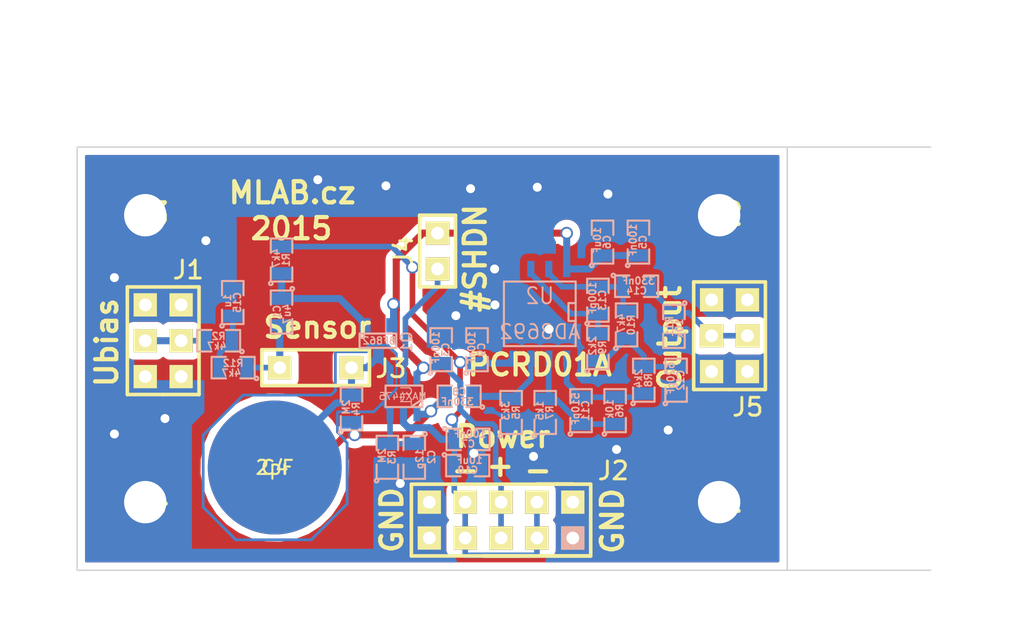
<source format=kicad_pcb>
(kicad_pcb (version 4) (host pcbnew 0.201503230816+5530~22~ubuntu14.04.1-product)

  (general
    (links 83)
    (no_connects 0)
    (area -5.207 -40.64 67.310001 4.953001)
    (thickness 1.6)
    (drawings 19)
    (tracks 255)
    (zones 0)
    (modules 39)
    (nets 19)
  )

  (page A4)
  (layers
    (0 F.Cu signal)
    (31 B.Cu signal)
    (32 B.Adhes user)
    (33 F.Adhes user)
    (34 B.Paste user)
    (35 F.Paste user)
    (36 B.SilkS user)
    (37 F.SilkS user)
    (38 B.Mask user)
    (39 F.Mask user)
    (40 Dwgs.User user)
    (41 Cmts.User user)
    (42 Eco1.User user)
    (43 Eco2.User user)
    (44 Edge.Cuts user)
    (45 Margin user)
    (46 B.CrtYd user)
    (47 F.CrtYd user)
    (48 B.Fab user)
    (49 F.Fab user)
  )

  (setup
    (last_trace_width 0.4)
    (user_trace_width 0.13)
    (user_trace_width 0.2)
    (user_trace_width 0.3)
    (user_trace_width 0.4)
    (user_trace_width 0.5)
    (trace_clearance 0.2)
    (zone_clearance 0.508)
    (zone_45_only no)
    (trace_min 0.1)
    (segment_width 0.2)
    (edge_width 0.1)
    (via_size 0.889)
    (via_drill 0.635)
    (via_min_size 0.889)
    (via_min_drill 0.508)
    (uvia_size 0.508)
    (uvia_drill 0.127)
    (uvias_allowed no)
    (uvia_min_size 0.508)
    (uvia_min_drill 0.127)
    (pcb_text_width 0.3)
    (pcb_text_size 1.5 1.5)
    (mod_edge_width 0.15)
    (mod_text_size 1 1)
    (mod_text_width 0.15)
    (pad_size 6 6)
    (pad_drill 3)
    (pad_to_mask_clearance 0)
    (aux_axis_origin 0 0)
    (visible_elements 7FFFFF7F)
    (pcbplotparams
      (layerselection 0x010e0_80000001)
      (usegerberextensions false)
      (excludeedgelayer true)
      (linewidth 0.100000)
      (plotframeref false)
      (viasonmask false)
      (mode 1)
      (useauxorigin false)
      (hpglpennumber 1)
      (hpglpenspeed 20)
      (hpglpendiameter 15)
      (hpglpenoverlay 2)
      (psnegative false)
      (psa4output false)
      (plotreference true)
      (plotvalue true)
      (plotinvisibletext false)
      (padsonsilk false)
      (subtractmaskfromsilk false)
      (outputformat 1)
      (mirror false)
      (drillshape 0)
      (scaleselection 1)
      (outputdirectory ../CAM_PROFI/))
  )

  (net 0 "")
  (net 1 "Net-(C1-Pad1)")
  (net 2 "Net-(C2-Pad1)")
  (net 3 GND)
  (net 4 V+)
  (net 5 "Net-(C4-Pad1)")
  (net 6 V-)
  (net 7 "Net-(C8-Pad1)")
  (net 8 "Net-(C11-Pad1)")
  (net 9 "Net-(C11-Pad2)")
  (net 10 "Net-(C12-Pad2)")
  (net 11 "Net-(C13-Pad1)")
  (net 12 "Net-(C13-Pad2)")
  (net 13 "Net-(C14-Pad2)")
  (net 14 /#SHDN)
  (net 15 /+Ubias)
  (net 16 /K)
  (net 17 /A)
  (net 18 "Net-(C15-Pad1)")

  (net_class Default "Toto je výchozí třída sítě."
    (clearance 0.2)
    (trace_width 0.4)
    (via_dia 0.889)
    (via_drill 0.635)
    (uvia_dia 0.508)
    (uvia_drill 0.127)
    (add_net /#SHDN)
    (add_net /+Ubias)
    (add_net /A)
    (add_net /K)
    (add_net GND)
    (add_net "Net-(C1-Pad1)")
    (add_net "Net-(C11-Pad1)")
    (add_net "Net-(C11-Pad2)")
    (add_net "Net-(C12-Pad2)")
    (add_net "Net-(C13-Pad1)")
    (add_net "Net-(C13-Pad2)")
    (add_net "Net-(C14-Pad2)")
    (add_net "Net-(C15-Pad1)")
    (add_net "Net-(C2-Pad1)")
    (add_net "Net-(C4-Pad1)")
    (add_net "Net-(C8-Pad1)")
    (add_net V+)
    (add_net V-)
  )

  (module MLAB_R:SMD-0805 (layer B.Cu) (tedit 54799E0C) (tstamp 5506EF7D)
    (at 19.685 -11.684 90)
    (path /54763891)
    (attr smd)
    (fp_text reference R4 (at 0 0.3175 90) (layer B.SilkS)
      (effects (font (size 0.50038 0.50038) (thickness 0.10922)) (justify mirror))
    )
    (fp_text value 2M (at 0.127 -0.381 90) (layer B.SilkS)
      (effects (font (size 0.50038 0.50038) (thickness 0.10922)) (justify mirror))
    )
    (fp_circle (center -1.651 -0.762) (end -1.651 -0.635) (layer B.SilkS) (width 0.15))
    (fp_line (start -0.508 -0.762) (end -1.524 -0.762) (layer B.SilkS) (width 0.15))
    (fp_line (start -1.524 -0.762) (end -1.524 0.762) (layer B.SilkS) (width 0.15))
    (fp_line (start -1.524 0.762) (end -0.508 0.762) (layer B.SilkS) (width 0.15))
    (fp_line (start 0.508 0.762) (end 1.524 0.762) (layer B.SilkS) (width 0.15))
    (fp_line (start 1.524 0.762) (end 1.524 -0.762) (layer B.SilkS) (width 0.15))
    (fp_line (start 1.524 -0.762) (end 0.508 -0.762) (layer B.SilkS) (width 0.15))
    (pad 1 smd rect (at -0.9525 0 90) (size 0.889 1.397) (layers B.Cu B.Paste B.Mask)
      (net 5 "Net-(C4-Pad1)"))
    (pad 2 smd rect (at 0.9525 0 90) (size 0.889 1.397) (layers B.Cu B.Paste B.Mask)
      (net 17 /A))
    (model MLAB_3D/Resistors/chip_cms.wrl
      (at (xyz 0 0 0))
      (scale (xyz 0.1 0.1 0.1))
      (rotate (xyz 0 0 0))
    )
  )

  (module MLAB_R:SMD-0805 (layer B.Cu) (tedit 54799E0C) (tstamp 5482DF8D)
    (at 26.035 -15.875 90)
    (path /5483B92F)
    (attr smd)
    (fp_text reference C3 (at 0 0.3175 90) (layer B.SilkS)
      (effects (font (size 0.50038 0.50038) (thickness 0.10922)) (justify mirror))
    )
    (fp_text value 100nF (at 0.127 -0.381 90) (layer B.SilkS)
      (effects (font (size 0.50038 0.50038) (thickness 0.10922)) (justify mirror))
    )
    (fp_circle (center -1.651 -0.762) (end -1.651 -0.635) (layer B.SilkS) (width 0.15))
    (fp_line (start -0.508 -0.762) (end -1.524 -0.762) (layer B.SilkS) (width 0.15))
    (fp_line (start -1.524 -0.762) (end -1.524 0.762) (layer B.SilkS) (width 0.15))
    (fp_line (start -1.524 0.762) (end -0.508 0.762) (layer B.SilkS) (width 0.15))
    (fp_line (start 0.508 0.762) (end 1.524 0.762) (layer B.SilkS) (width 0.15))
    (fp_line (start 1.524 0.762) (end 1.524 -0.762) (layer B.SilkS) (width 0.15))
    (fp_line (start 1.524 -0.762) (end 0.508 -0.762) (layer B.SilkS) (width 0.15))
    (pad 1 smd rect (at -0.9525 0 90) (size 0.889 1.397) (layers B.Cu B.Paste B.Mask)
      (net 4 V+))
    (pad 2 smd rect (at 0.9525 0 90) (size 0.889 1.397) (layers B.Cu B.Paste B.Mask)
      (net 3 GND))
    (model MLAB_3D/Resistors/chip_cms.wrl
      (at (xyz 0 0 0))
      (scale (xyz 0.1 0.1 0.1))
      (rotate (xyz 0 0 0))
    )
  )

  (module MLAB_C:C2pF (layer F.Cu) (tedit 54834E51) (tstamp 54834FAD)
    (at 14.2494 -7.5311)
    (path /547638F8)
    (fp_text reference C4 (at 0 0) (layer F.SilkS)
      (effects (font (size 1 1) (thickness 0.15)))
    )
    (fp_text value 2pF (at 0 0) (layer F.SilkS)
      (effects (font (size 1 1) (thickness 0.15)))
    )
    (pad 1 smd circle (at 0 0) (size 9.480265 9.480265) (layers F.Cu F.Paste F.Mask)
      (net 5 "Net-(C4-Pad1)"))
    (pad 2 smd circle (at 0 0) (size 9.480265 9.480265) (layers B.Cu F.Paste F.Mask)
      (net 17 /A))
  )

  (module MLAB_R:SMD-0805 (layer B.Cu) (tedit 54799E0C) (tstamp 5482DF81)
    (at 14.732 -18.542 270)
    (path /5476354E)
    (attr smd)
    (fp_text reference C1 (at 0 0.3175 270) (layer B.SilkS)
      (effects (font (size 0.50038 0.50038) (thickness 0.10922)) (justify mirror))
    )
    (fp_text value 4u7 (at 0.127 -0.381 270) (layer B.SilkS)
      (effects (font (size 0.50038 0.50038) (thickness 0.10922)) (justify mirror))
    )
    (fp_circle (center -1.651 -0.762) (end -1.651 -0.635) (layer B.SilkS) (width 0.15))
    (fp_line (start -0.508 -0.762) (end -1.524 -0.762) (layer B.SilkS) (width 0.15))
    (fp_line (start -1.524 -0.762) (end -1.524 0.762) (layer B.SilkS) (width 0.15))
    (fp_line (start -1.524 0.762) (end -0.508 0.762) (layer B.SilkS) (width 0.15))
    (fp_line (start 0.508 0.762) (end 1.524 0.762) (layer B.SilkS) (width 0.15))
    (fp_line (start 1.524 0.762) (end 1.524 -0.762) (layer B.SilkS) (width 0.15))
    (fp_line (start 1.524 -0.762) (end 0.508 -0.762) (layer B.SilkS) (width 0.15))
    (pad 1 smd rect (at -0.9525 0 270) (size 0.889 1.397) (layers B.Cu B.Paste B.Mask)
      (net 1 "Net-(C1-Pad1)"))
    (pad 2 smd rect (at 0.9525 0 270) (size 0.889 1.397) (layers B.Cu B.Paste B.Mask)
      (net 16 /K))
    (model MLAB_3D/Resistors/chip_cms.wrl
      (at (xyz 0 0 0))
      (scale (xyz 0.1 0.1 0.1))
      (rotate (xyz 0 0 0))
    )
  )

  (module MLAB_R:SMD-0805 (layer B.Cu) (tedit 54F98308) (tstamp 5482DF87)
    (at 24.13 -8.255 270)
    (path /5476470D)
    (attr smd)
    (fp_text reference C2 (at -0.0254 -1.2192 270) (layer B.SilkS)
      (effects (font (size 0.50038 0.50038) (thickness 0.10922)) (justify mirror))
    )
    (fp_text value 12p (at 0.127 -0.381 270) (layer B.SilkS)
      (effects (font (size 0.50038 0.50038) (thickness 0.10922)) (justify mirror))
    )
    (fp_circle (center -1.651 -0.762) (end -1.651 -0.635) (layer B.SilkS) (width 0.15))
    (fp_line (start -0.508 -0.762) (end -1.524 -0.762) (layer B.SilkS) (width 0.15))
    (fp_line (start -1.524 -0.762) (end -1.524 0.762) (layer B.SilkS) (width 0.15))
    (fp_line (start -1.524 0.762) (end -0.508 0.762) (layer B.SilkS) (width 0.15))
    (fp_line (start 0.508 0.762) (end 1.524 0.762) (layer B.SilkS) (width 0.15))
    (fp_line (start 1.524 0.762) (end 1.524 -0.762) (layer B.SilkS) (width 0.15))
    (fp_line (start 1.524 -0.762) (end 0.508 -0.762) (layer B.SilkS) (width 0.15))
    (pad 1 smd rect (at -0.9525 0 270) (size 0.889 1.397) (layers B.Cu B.Paste B.Mask)
      (net 2 "Net-(C2-Pad1)"))
    (pad 2 smd rect (at 0.9525 0 270) (size 0.889 1.397) (layers B.Cu B.Paste B.Mask)
      (net 3 GND))
    (model MLAB_3D/Resistors/chip_cms.wrl
      (at (xyz 0 0 0))
      (scale (xyz 0.1 0.1 0.1))
      (rotate (xyz 0 0 0))
    )
  )

  (module MLAB_R:SMD-0805 (layer B.Cu) (tedit 54799E0C) (tstamp 5482DF99)
    (at 40.005 -23.495 90)
    (path /5483BA04)
    (attr smd)
    (fp_text reference C5 (at 0 0.3175 90) (layer B.SilkS)
      (effects (font (size 0.50038 0.50038) (thickness 0.10922)) (justify mirror))
    )
    (fp_text value 100nF (at 0.127 -0.381 90) (layer B.SilkS)
      (effects (font (size 0.50038 0.50038) (thickness 0.10922)) (justify mirror))
    )
    (fp_circle (center -1.651 -0.762) (end -1.651 -0.635) (layer B.SilkS) (width 0.15))
    (fp_line (start -0.508 -0.762) (end -1.524 -0.762) (layer B.SilkS) (width 0.15))
    (fp_line (start -1.524 -0.762) (end -1.524 0.762) (layer B.SilkS) (width 0.15))
    (fp_line (start -1.524 0.762) (end -0.508 0.762) (layer B.SilkS) (width 0.15))
    (fp_line (start 0.508 0.762) (end 1.524 0.762) (layer B.SilkS) (width 0.15))
    (fp_line (start 1.524 0.762) (end 1.524 -0.762) (layer B.SilkS) (width 0.15))
    (fp_line (start 1.524 -0.762) (end 0.508 -0.762) (layer B.SilkS) (width 0.15))
    (pad 1 smd rect (at -0.9525 0 90) (size 0.889 1.397) (layers B.Cu B.Paste B.Mask)
      (net 4 V+))
    (pad 2 smd rect (at 0.9525 0 90) (size 0.889 1.397) (layers B.Cu B.Paste B.Mask)
      (net 3 GND))
    (model MLAB_3D/Resistors/chip_cms.wrl
      (at (xyz 0 0 0))
      (scale (xyz 0.1 0.1 0.1))
      (rotate (xyz 0 0 0))
    )
  )

  (module MLAB_R:SMD-0805 (layer B.Cu) (tedit 54799E0C) (tstamp 5482DF9F)
    (at 37.465 -23.495 90)
    (path /5483BE15)
    (attr smd)
    (fp_text reference C6 (at 0 0.3175 90) (layer B.SilkS)
      (effects (font (size 0.50038 0.50038) (thickness 0.10922)) (justify mirror))
    )
    (fp_text value 10uF (at 0.127 -0.381 90) (layer B.SilkS)
      (effects (font (size 0.50038 0.50038) (thickness 0.10922)) (justify mirror))
    )
    (fp_circle (center -1.651 -0.762) (end -1.651 -0.635) (layer B.SilkS) (width 0.15))
    (fp_line (start -0.508 -0.762) (end -1.524 -0.762) (layer B.SilkS) (width 0.15))
    (fp_line (start -1.524 -0.762) (end -1.524 0.762) (layer B.SilkS) (width 0.15))
    (fp_line (start -1.524 0.762) (end -0.508 0.762) (layer B.SilkS) (width 0.15))
    (fp_line (start 0.508 0.762) (end 1.524 0.762) (layer B.SilkS) (width 0.15))
    (fp_line (start 1.524 0.762) (end 1.524 -0.762) (layer B.SilkS) (width 0.15))
    (fp_line (start 1.524 -0.762) (end 0.508 -0.762) (layer B.SilkS) (width 0.15))
    (pad 1 smd rect (at -0.9525 0 90) (size 0.889 1.397) (layers B.Cu B.Paste B.Mask)
      (net 4 V+))
    (pad 2 smd rect (at 0.9525 0 90) (size 0.889 1.397) (layers B.Cu B.Paste B.Mask)
      (net 3 GND))
    (model MLAB_3D/Resistors/chip_cms.wrl
      (at (xyz 0 0 0))
      (scale (xyz 0.1 0.1 0.1))
      (rotate (xyz 0 0 0))
    )
  )

  (module MLAB_R:SMD-0805 (layer B.Cu) (tedit 54799E0C) (tstamp 54841A89)
    (at 27.94 -9.525)
    (path /5483BC77)
    (attr smd)
    (fp_text reference C7 (at 0 0.3175) (layer B.SilkS)
      (effects (font (size 0.50038 0.50038) (thickness 0.10922)) (justify mirror))
    )
    (fp_text value 100nF (at 0.127 -0.381) (layer B.SilkS)
      (effects (font (size 0.50038 0.50038) (thickness 0.10922)) (justify mirror))
    )
    (fp_circle (center -1.651 -0.762) (end -1.651 -0.635) (layer B.SilkS) (width 0.15))
    (fp_line (start -0.508 -0.762) (end -1.524 -0.762) (layer B.SilkS) (width 0.15))
    (fp_line (start -1.524 -0.762) (end -1.524 0.762) (layer B.SilkS) (width 0.15))
    (fp_line (start -1.524 0.762) (end -0.508 0.762) (layer B.SilkS) (width 0.15))
    (fp_line (start 0.508 0.762) (end 1.524 0.762) (layer B.SilkS) (width 0.15))
    (fp_line (start 1.524 0.762) (end 1.524 -0.762) (layer B.SilkS) (width 0.15))
    (fp_line (start 1.524 -0.762) (end 0.508 -0.762) (layer B.SilkS) (width 0.15))
    (pad 1 smd rect (at -0.9525 0) (size 0.889 1.397) (layers B.Cu B.Paste B.Mask)
      (net 6 V-))
    (pad 2 smd rect (at 0.9525 0) (size 0.889 1.397) (layers B.Cu B.Paste B.Mask)
      (net 3 GND))
    (model MLAB_3D/Resistors/chip_cms.wrl
      (at (xyz 0 0 0))
      (scale (xyz 0.1 0.1 0.1))
      (rotate (xyz 0 0 0))
    )
  )

  (module MLAB_R:SMD-0805 (layer B.Cu) (tedit 54799E0C) (tstamp 548386E7)
    (at 27.305 -12.573 180)
    (path /54763980)
    (attr smd)
    (fp_text reference C8 (at 0 0.3175 180) (layer B.SilkS)
      (effects (font (size 0.50038 0.50038) (thickness 0.10922)) (justify mirror))
    )
    (fp_text value 330nF (at 0.127 -0.381 180) (layer B.SilkS)
      (effects (font (size 0.50038 0.50038) (thickness 0.10922)) (justify mirror))
    )
    (fp_circle (center -1.651 -0.762) (end -1.651 -0.635) (layer B.SilkS) (width 0.15))
    (fp_line (start -0.508 -0.762) (end -1.524 -0.762) (layer B.SilkS) (width 0.15))
    (fp_line (start -1.524 -0.762) (end -1.524 0.762) (layer B.SilkS) (width 0.15))
    (fp_line (start -1.524 0.762) (end -0.508 0.762) (layer B.SilkS) (width 0.15))
    (fp_line (start 0.508 0.762) (end 1.524 0.762) (layer B.SilkS) (width 0.15))
    (fp_line (start 1.524 0.762) (end 1.524 -0.762) (layer B.SilkS) (width 0.15))
    (fp_line (start 1.524 -0.762) (end 0.508 -0.762) (layer B.SilkS) (width 0.15))
    (pad 1 smd rect (at -0.9525 0 180) (size 0.889 1.397) (layers B.Cu B.Paste B.Mask)
      (net 7 "Net-(C8-Pad1)"))
    (pad 2 smd rect (at 0.9525 0 180) (size 0.889 1.397) (layers B.Cu B.Paste B.Mask)
      (net 5 "Net-(C4-Pad1)"))
    (model MLAB_3D/Resistors/chip_cms.wrl
      (at (xyz 0 0 0))
      (scale (xyz 0.1 0.1 0.1))
      (rotate (xyz 0 0 0))
    )
  )

  (module MLAB_R:SMD-0805 (layer B.Cu) (tedit 54799E0C) (tstamp 54838625)
    (at 28.575 -15.875 90)
    (path /5483BCB5)
    (attr smd)
    (fp_text reference C9 (at 0 0.3175 90) (layer B.SilkS)
      (effects (font (size 0.50038 0.50038) (thickness 0.10922)) (justify mirror))
    )
    (fp_text value 100nF (at 0.127 -0.381 90) (layer B.SilkS)
      (effects (font (size 0.50038 0.50038) (thickness 0.10922)) (justify mirror))
    )
    (fp_circle (center -1.651 -0.762) (end -1.651 -0.635) (layer B.SilkS) (width 0.15))
    (fp_line (start -0.508 -0.762) (end -1.524 -0.762) (layer B.SilkS) (width 0.15))
    (fp_line (start -1.524 -0.762) (end -1.524 0.762) (layer B.SilkS) (width 0.15))
    (fp_line (start -1.524 0.762) (end -0.508 0.762) (layer B.SilkS) (width 0.15))
    (fp_line (start 0.508 0.762) (end 1.524 0.762) (layer B.SilkS) (width 0.15))
    (fp_line (start 1.524 0.762) (end 1.524 -0.762) (layer B.SilkS) (width 0.15))
    (fp_line (start 1.524 -0.762) (end 0.508 -0.762) (layer B.SilkS) (width 0.15))
    (pad 1 smd rect (at -0.9525 0 90) (size 0.889 1.397) (layers B.Cu B.Paste B.Mask)
      (net 6 V-))
    (pad 2 smd rect (at 0.9525 0 90) (size 0.889 1.397) (layers B.Cu B.Paste B.Mask)
      (net 3 GND))
    (model MLAB_3D/Resistors/chip_cms.wrl
      (at (xyz 0 0 0))
      (scale (xyz 0.1 0.1 0.1))
      (rotate (xyz 0 0 0))
    )
  )

  (module MLAB_R:SMD-0805 (layer B.Cu) (tedit 54799E0C) (tstamp 5482DFB7)
    (at 27.9146 -7.6708)
    (path /5483BCD5)
    (attr smd)
    (fp_text reference C10 (at 0 0.3175) (layer B.SilkS)
      (effects (font (size 0.50038 0.50038) (thickness 0.10922)) (justify mirror))
    )
    (fp_text value 10uF (at 0.127 -0.381) (layer B.SilkS)
      (effects (font (size 0.50038 0.50038) (thickness 0.10922)) (justify mirror))
    )
    (fp_circle (center -1.651 -0.762) (end -1.651 -0.635) (layer B.SilkS) (width 0.15))
    (fp_line (start -0.508 -0.762) (end -1.524 -0.762) (layer B.SilkS) (width 0.15))
    (fp_line (start -1.524 -0.762) (end -1.524 0.762) (layer B.SilkS) (width 0.15))
    (fp_line (start -1.524 0.762) (end -0.508 0.762) (layer B.SilkS) (width 0.15))
    (fp_line (start 0.508 0.762) (end 1.524 0.762) (layer B.SilkS) (width 0.15))
    (fp_line (start 1.524 0.762) (end 1.524 -0.762) (layer B.SilkS) (width 0.15))
    (fp_line (start 1.524 -0.762) (end 0.508 -0.762) (layer B.SilkS) (width 0.15))
    (pad 1 smd rect (at -0.9525 0) (size 0.889 1.397) (layers B.Cu B.Paste B.Mask)
      (net 6 V-))
    (pad 2 smd rect (at 0.9525 0) (size 0.889 1.397) (layers B.Cu B.Paste B.Mask)
      (net 3 GND))
    (model MLAB_3D/Resistors/chip_cms.wrl
      (at (xyz 0 0 0))
      (scale (xyz 0.1 0.1 0.1))
      (rotate (xyz 0 0 0))
    )
  )

  (module MLAB_R:SMD-0805 (layer B.Cu) (tedit 54799E0C) (tstamp 5482E188)
    (at 35.941 -11.557 90)
    (path /54763B36)
    (attr smd)
    (fp_text reference C11 (at 0 0.3175 90) (layer B.SilkS)
      (effects (font (size 0.50038 0.50038) (thickness 0.10922)) (justify mirror))
    )
    (fp_text value 510pF (at 0.127 -0.381 90) (layer B.SilkS)
      (effects (font (size 0.50038 0.50038) (thickness 0.10922)) (justify mirror))
    )
    (fp_circle (center -1.651 -0.762) (end -1.651 -0.635) (layer B.SilkS) (width 0.15))
    (fp_line (start -0.508 -0.762) (end -1.524 -0.762) (layer B.SilkS) (width 0.15))
    (fp_line (start -1.524 -0.762) (end -1.524 0.762) (layer B.SilkS) (width 0.15))
    (fp_line (start -1.524 0.762) (end -0.508 0.762) (layer B.SilkS) (width 0.15))
    (fp_line (start 0.508 0.762) (end 1.524 0.762) (layer B.SilkS) (width 0.15))
    (fp_line (start 1.524 0.762) (end 1.524 -0.762) (layer B.SilkS) (width 0.15))
    (fp_line (start 1.524 -0.762) (end 0.508 -0.762) (layer B.SilkS) (width 0.15))
    (pad 1 smd rect (at -0.9525 0 90) (size 0.889 1.397) (layers B.Cu B.Paste B.Mask)
      (net 8 "Net-(C11-Pad1)"))
    (pad 2 smd rect (at 0.9525 0 90) (size 0.889 1.397) (layers B.Cu B.Paste B.Mask)
      (net 9 "Net-(C11-Pad2)"))
    (model MLAB_3D/Resistors/chip_cms.wrl
      (at (xyz 0 0 0))
      (scale (xyz 0.1 0.1 0.1))
      (rotate (xyz 0 0 0))
    )
  )

  (module MLAB_R:SMD-0805 (layer B.Cu) (tedit 54799E0C) (tstamp 5482DFC3)
    (at 42.672 -13.716 90)
    (path /54763D3A)
    (attr smd)
    (fp_text reference C12 (at 0 0.3175 90) (layer B.SilkS)
      (effects (font (size 0.50038 0.50038) (thickness 0.10922)) (justify mirror))
    )
    (fp_text value 620pF (at 0.127 -0.381 90) (layer B.SilkS)
      (effects (font (size 0.50038 0.50038) (thickness 0.10922)) (justify mirror))
    )
    (fp_circle (center -1.651 -0.762) (end -1.651 -0.635) (layer B.SilkS) (width 0.15))
    (fp_line (start -0.508 -0.762) (end -1.524 -0.762) (layer B.SilkS) (width 0.15))
    (fp_line (start -1.524 -0.762) (end -1.524 0.762) (layer B.SilkS) (width 0.15))
    (fp_line (start -1.524 0.762) (end -0.508 0.762) (layer B.SilkS) (width 0.15))
    (fp_line (start 0.508 0.762) (end 1.524 0.762) (layer B.SilkS) (width 0.15))
    (fp_line (start 1.524 0.762) (end 1.524 -0.762) (layer B.SilkS) (width 0.15))
    (fp_line (start 1.524 -0.762) (end 0.508 -0.762) (layer B.SilkS) (width 0.15))
    (pad 1 smd rect (at -0.9525 0 90) (size 0.889 1.397) (layers B.Cu B.Paste B.Mask)
      (net 3 GND))
    (pad 2 smd rect (at 0.9525 0 90) (size 0.889 1.397) (layers B.Cu B.Paste B.Mask)
      (net 10 "Net-(C12-Pad2)"))
    (model MLAB_3D/Resistors/chip_cms.wrl
      (at (xyz 0 0 0))
      (scale (xyz 0.1 0.1 0.1))
      (rotate (xyz 0 0 0))
    )
  )

  (module MLAB_R:SMD-0805 (layer B.Cu) (tedit 54799E0C) (tstamp 54841999)
    (at 37.1348 -19.3802 90)
    (path /54763DBA)
    (attr smd)
    (fp_text reference C13 (at 0 0.3175 90) (layer B.SilkS)
      (effects (font (size 0.50038 0.50038) (thickness 0.10922)) (justify mirror))
    )
    (fp_text value 100pF (at 0.127 -0.381 90) (layer B.SilkS)
      (effects (font (size 0.50038 0.50038) (thickness 0.10922)) (justify mirror))
    )
    (fp_circle (center -1.651 -0.762) (end -1.651 -0.635) (layer B.SilkS) (width 0.15))
    (fp_line (start -0.508 -0.762) (end -1.524 -0.762) (layer B.SilkS) (width 0.15))
    (fp_line (start -1.524 -0.762) (end -1.524 0.762) (layer B.SilkS) (width 0.15))
    (fp_line (start -1.524 0.762) (end -0.508 0.762) (layer B.SilkS) (width 0.15))
    (fp_line (start 0.508 0.762) (end 1.524 0.762) (layer B.SilkS) (width 0.15))
    (fp_line (start 1.524 0.762) (end 1.524 -0.762) (layer B.SilkS) (width 0.15))
    (fp_line (start 1.524 -0.762) (end 0.508 -0.762) (layer B.SilkS) (width 0.15))
    (pad 1 smd rect (at -0.9525 0 90) (size 0.889 1.397) (layers B.Cu B.Paste B.Mask)
      (net 11 "Net-(C13-Pad1)"))
    (pad 2 smd rect (at 0.9525 0 90) (size 0.889 1.397) (layers B.Cu B.Paste B.Mask)
      (net 12 "Net-(C13-Pad2)"))
    (model MLAB_3D/Resistors/chip_cms.wrl
      (at (xyz 0 0 0))
      (scale (xyz 0.1 0.1 0.1))
      (rotate (xyz 0 0 0))
    )
  )

  (module MLAB_R:SMD-0805 (layer B.Cu) (tedit 54799E0C) (tstamp 5482DFCF)
    (at 39.878 -20.3708)
    (path /54766490)
    (attr smd)
    (fp_text reference C14 (at 0 0.3175) (layer B.SilkS)
      (effects (font (size 0.50038 0.50038) (thickness 0.10922)) (justify mirror))
    )
    (fp_text value 330nF (at 0.127 -0.381) (layer B.SilkS)
      (effects (font (size 0.50038 0.50038) (thickness 0.10922)) (justify mirror))
    )
    (fp_circle (center -1.651 -0.762) (end -1.651 -0.635) (layer B.SilkS) (width 0.15))
    (fp_line (start -0.508 -0.762) (end -1.524 -0.762) (layer B.SilkS) (width 0.15))
    (fp_line (start -1.524 -0.762) (end -1.524 0.762) (layer B.SilkS) (width 0.15))
    (fp_line (start -1.524 0.762) (end -0.508 0.762) (layer B.SilkS) (width 0.15))
    (fp_line (start 0.508 0.762) (end 1.524 0.762) (layer B.SilkS) (width 0.15))
    (fp_line (start 1.524 0.762) (end 1.524 -0.762) (layer B.SilkS) (width 0.15))
    (fp_line (start 1.524 -0.762) (end 0.508 -0.762) (layer B.SilkS) (width 0.15))
    (pad 1 smd rect (at -0.9525 0) (size 0.889 1.397) (layers B.Cu B.Paste B.Mask)
      (net 12 "Net-(C13-Pad2)"))
    (pad 2 smd rect (at 0.9525 0) (size 0.889 1.397) (layers B.Cu B.Paste B.Mask)
      (net 13 "Net-(C14-Pad2)"))
    (model MLAB_3D/Resistors/chip_cms.wrl
      (at (xyz 0 0 0))
      (scale (xyz 0.1 0.1 0.1))
      (rotate (xyz 0 0 0))
    )
  )

  (module Hrebinky:Pin_Header_Straight_2x03 placed (layer F.Cu) (tedit 5482DC61) (tstamp 5482DFD9)
    (at 6.35 -16.51 90)
    (descr "1 pin")
    (tags "CONN DEV")
    (path /54839ABB)
    (fp_text reference J1 (at 5.0165 1.778 180) (layer F.SilkS)
      (effects (font (size 1.27 1.27) (thickness 0.2032)))
    )
    (fp_text value JUMP_3X2 (at 0 0 90) (layer F.SilkS) hide
      (effects (font (size 1.27 1.27) (thickness 0.2032)))
    )
    (fp_line (start -3.81 2.54) (end 3.81 2.54) (layer F.SilkS) (width 0.254))
    (fp_line (start 3.81 2.54) (end 3.81 -2.54) (layer F.SilkS) (width 0.254))
    (fp_line (start 3.81 -2.54) (end -1.27 -2.54) (layer F.SilkS) (width 0.254))
    (fp_line (start -3.81 2.54) (end -3.81 0) (layer F.SilkS) (width 0.254))
    (fp_line (start -3.81 -2.54) (end -3.81 0) (layer F.SilkS) (width 0.254))
    (fp_line (start -1.27 -2.54) (end -3.81 -2.54) (layer F.SilkS) (width 0.254))
    (pad 1 thru_hole rect (at -2.54 1.27 90) (size 1.651 1.651) (drill 0.9) (layers *.Cu *.Mask F.SilkS)
      (net 3 GND))
    (pad 2 thru_hole rect (at 0 1.27 90) (size 1.651 1.651) (drill 0.9) (layers *.Cu *.Mask F.SilkS)
      (net 15 /+Ubias))
    (pad 3 thru_hole rect (at 2.54 1.27 90) (size 1.651 1.651) (drill 0.9) (layers *.Cu *.Mask F.SilkS)
      (net 3 GND))
    (pad 4 thru_hole rect (at 2.54 -1.27 90) (size 1.651 1.651) (drill 0.9) (layers *.Cu *.Mask F.SilkS)
      (net 3 GND))
    (pad 5 thru_hole rect (at 0 -1.27 90) (size 1.651 1.651) (drill 0.9) (layers *.Cu *.Mask F.SilkS)
      (net 15 /+Ubias))
    (pad 6 thru_hole rect (at -2.54 -1.27 90) (size 1.651 1.651) (drill 0.9) (layers *.Cu *.Mask F.SilkS)
      (net 3 GND))
    (model Pin_Headers/Pin_Header_Straight_2x03.wrl
      (at (xyz 0 0 0))
      (scale (xyz 1 1 1))
      (rotate (xyz 0 0 0))
    )
  )

  (module Hrebinky:Pin_Header_Straight_2x05 placed (layer F.Cu) (tedit 53F5A718) (tstamp 5482DFE7)
    (at 30.2768 -3.81)
    (descr "1 pin")
    (tags "CONN DEV")
    (path /5476EF1F)
    (fp_text reference J2 (at 7.9502 -3.4925) (layer F.SilkS)
      (effects (font (size 1.27 1.27) (thickness 0.2032)))
    )
    (fp_text value JUMP_5X2 (at 1.27 0) (layer F.SilkS) hide
      (effects (font (size 1.27 1.27) (thickness 0.2032)))
    )
    (fp_line (start -3.81 -2.54) (end -2.54 -2.54) (layer F.SilkS) (width 0.254))
    (fp_line (start -6.35 -2.54) (end -3.81 -2.54) (layer F.SilkS) (width 0.254))
    (fp_line (start 6.35 2.54) (end 6.35 -2.54) (layer F.SilkS) (width 0.254))
    (fp_line (start 3.81 -2.54) (end 6.35 -2.54) (layer F.SilkS) (width 0.254))
    (fp_line (start 3.81 2.54) (end 6.35 2.54) (layer F.SilkS) (width 0.254))
    (fp_line (start 3.81 2.54) (end 6.35 2.54) (layer F.SilkS) (width 0.254))
    (fp_line (start 3.81 -2.54) (end 6.35 -2.54) (layer F.SilkS) (width 0.254))
    (fp_line (start 6.35 2.54) (end 6.35 -2.54) (layer F.SilkS) (width 0.254))
    (fp_line (start 2.54 -2.54) (end 5.08 -2.54) (layer F.SilkS) (width 0.254))
    (fp_line (start -1.27 2.54) (end 1.27 2.54) (layer F.SilkS) (width 0.254))
    (fp_line (start -1.27 2.54) (end 1.27 2.54) (layer F.SilkS) (width 0.254))
    (fp_line (start 2.54 -2.54) (end 5.08 -2.54) (layer F.SilkS) (width 0.254))
    (fp_line (start 2.54 -2.54) (end 5.08 -2.54) (layer F.SilkS) (width 0.254))
    (fp_line (start 1.27 2.54) (end 3.81 2.54) (layer F.SilkS) (width 0.254))
    (fp_line (start 1.27 2.54) (end 3.81 2.54) (layer F.SilkS) (width 0.254))
    (fp_line (start 2.54 -2.54) (end 5.08 -2.54) (layer F.SilkS) (width 0.254))
    (fp_line (start -6.35 2.54) (end 1.27 2.54) (layer F.SilkS) (width 0.254))
    (fp_line (start 5.08 -2.54) (end 0 -2.54) (layer F.SilkS) (width 0.254))
    (fp_line (start -6.35 2.54) (end -6.35 0) (layer F.SilkS) (width 0.254))
    (fp_line (start -6.35 -2.54) (end -6.35 0) (layer F.SilkS) (width 0.254))
    (fp_line (start 0 -2.54) (end -2.54 -2.54) (layer F.SilkS) (width 0.254))
    (pad 9 thru_hole rect (at -2.54 -1.27) (size 1.651 1.651) (drill 0.9) (layers *.Cu *.Mask F.SilkS)
      (net 6 V-))
    (pad 5 thru_hole rect (at 5.08 1.27) (size 1.651 1.651) (drill 0.9) (layers *.Cu *.SilkS *.Mask)
      (net 3 GND))
    (pad 3 thru_hole rect (at 0 1.27) (size 1.651 1.651) (drill 0.9) (layers *.Cu *.Mask F.SilkS)
      (net 4 V+))
    (pad 6 thru_hole rect (at 5.08 -1.27) (size 1.651 1.651) (drill 0.9) (layers *.Cu *.Mask F.SilkS)
      (net 3 GND))
    (pad 1 thru_hole rect (at -5.08 1.27) (size 1.651 1.651) (drill 0.9) (layers *.Cu *.Mask F.SilkS)
      (net 3 GND))
    (pad 2 thru_hole rect (at -2.54 1.27) (size 1.651 1.651) (drill 0.9) (layers *.Cu *.Mask F.SilkS)
      (net 6 V-))
    (pad 4 thru_hole rect (at 2.54 1.27) (size 1.651 1.651) (drill 0.9) (layers *.Cu *.Mask F.SilkS)
      (net 6 V-))
    (pad 10 thru_hole rect (at -5.08 -1.27) (size 1.651 1.651) (drill 0.9) (layers *.Cu *.Mask F.SilkS)
      (net 3 GND))
    (pad 7 thru_hole rect (at 2.54 -1.27) (size 1.651 1.651) (drill 0.9) (layers *.Cu *.Mask F.SilkS)
      (net 6 V-))
    (pad 8 thru_hole rect (at 0 -1.27) (size 1.651 1.651) (drill 0.9) (layers *.Cu *.Mask F.SilkS)
      (net 4 V+))
    (model Pin_Headers/Pin_Header_Straight_2x03.wrl
      (at (xyz 0 0 0))
      (scale (xyz 1 1 1))
      (rotate (xyz 0 0 0))
    )
    (model Pin_Headers/Pin_Header_Straight_2x05.wrl
      (at (xyz 0 0 0))
      (scale (xyz 1 1 1))
      (rotate (xyz 0 0 0))
    )
  )

  (module Hrebinky:Pin_Header_Straight_1x02 (layer F.Cu) (tedit 5469CB53) (tstamp 5507CC36)
    (at 25.654 -22.86 90)
    (descr "1 pin")
    (tags "CONN DEV")
    (path /5483AD5F)
    (fp_text reference J4 (at 0 -2.286 90) (layer F.SilkS)
      (effects (font (size 1.27 1.27) (thickness 0.2032)))
    )
    (fp_text value CONN1_2 (at 0 0 90) (layer F.SilkS) hide
      (effects (font (size 1.27 1.27) (thickness 0.2032)))
    )
    (fp_line (start -2.54 -1.143) (end 0 -1.143) (layer F.SilkS) (width 0.254))
    (fp_line (start 0 1.397) (end 2.54 1.397) (layer F.SilkS) (width 0.254))
    (fp_line (start 2.54 1.397) (end 2.54 -1.143) (layer F.SilkS) (width 0.254))
    (fp_line (start 0 -1.143) (end 2.54 -1.143) (layer F.SilkS) (width 0.254))
    (fp_line (start -2.54 -1.143) (end -2.54 1.397) (layer F.SilkS) (width 0.254))
    (fp_line (start -2.54 1.397) (end 0 1.397) (layer F.SilkS) (width 0.254))
    (pad 1 thru_hole rect (at -1.27 0.127 90) (size 1.651 1.651) (drill 0.9) (layers *.Cu *.Mask F.SilkS)
      (net 14 /#SHDN))
    (pad 2 thru_hole rect (at 1.27 0.127 90) (size 1.651 1.651) (drill 0.9) (layers *.Cu *.Mask F.SilkS)
      (net 4 V+))
    (model Pin_Headers/Pin_Header_Straight_1x02.wrl
      (at (xyz 0 0 0))
      (scale (xyz 1 1 1))
      (rotate (xyz 0 0 0))
    )
  )

  (module Hrebinky:Pin_Header_Straight_2x03 placed (layer F.Cu) (tedit 5482DC61) (tstamp 5482DFFE)
    (at 46.4566 -16.8656 90)
    (descr "1 pin")
    (tags "CONN DEV")
    (path /54839C4F)
    (fp_text reference J5 (at -5.0546 1.2954 180) (layer F.SilkS)
      (effects (font (size 1.27 1.27) (thickness 0.2032)))
    )
    (fp_text value Out (at 0 0 90) (layer F.SilkS) hide
      (effects (font (size 1.27 1.27) (thickness 0.2032)))
    )
    (fp_line (start -3.81 2.54) (end 3.81 2.54) (layer F.SilkS) (width 0.254))
    (fp_line (start 3.81 2.54) (end 3.81 -2.54) (layer F.SilkS) (width 0.254))
    (fp_line (start 3.81 -2.54) (end -1.27 -2.54) (layer F.SilkS) (width 0.254))
    (fp_line (start -3.81 2.54) (end -3.81 0) (layer F.SilkS) (width 0.254))
    (fp_line (start -3.81 -2.54) (end -3.81 0) (layer F.SilkS) (width 0.254))
    (fp_line (start -1.27 -2.54) (end -3.81 -2.54) (layer F.SilkS) (width 0.254))
    (pad 1 thru_hole rect (at -2.54 1.27 90) (size 1.651 1.651) (drill 0.9) (layers *.Cu *.Mask F.SilkS)
      (net 3 GND))
    (pad 2 thru_hole rect (at 0 1.27 90) (size 1.651 1.651) (drill 0.9) (layers *.Cu *.Mask F.SilkS)
      (net 13 "Net-(C14-Pad2)"))
    (pad 3 thru_hole rect (at 2.54 1.27 90) (size 1.651 1.651) (drill 0.9) (layers *.Cu *.Mask F.SilkS)
      (net 3 GND))
    (pad 4 thru_hole rect (at 2.54 -1.27 90) (size 1.651 1.651) (drill 0.9) (layers *.Cu *.Mask F.SilkS)
      (net 3 GND))
    (pad 5 thru_hole rect (at 0 -1.27 90) (size 1.651 1.651) (drill 0.9) (layers *.Cu *.Mask F.SilkS)
      (net 13 "Net-(C14-Pad2)"))
    (pad 6 thru_hole rect (at -2.54 -1.27 90) (size 1.651 1.651) (drill 0.9) (layers *.Cu *.Mask F.SilkS)
      (net 3 GND))
    (model Pin_Headers/Pin_Header_Straight_2x03.wrl
      (at (xyz 0 0 0))
      (scale (xyz 1 1 1))
      (rotate (xyz 0 0 0))
    )
  )

  (module Dira:MountingHole_3mm placed (layer F.Cu) (tedit 54345FDC) (tstamp 54F2E97A)
    (at 45.72 -5.08)
    (descr "Mounting hole, Befestigungsbohrung, 3mm, No Annular, Kein Restring,")
    (tags "Mounting hole, Befestigungsbohrung, 3mm, No Annular, Kein Restring,")
    (path /5476FB64)
    (fp_text reference P1 (at 0.1778 -0.0762) (layer F.SilkS)
      (effects (font (thickness 0.3048)))
    )
    (fp_text value _ (at 1.00076 5.00126) (layer F.SilkS) hide
      (effects (font (thickness 0.3048)))
    )
    (fp_circle (center 0 0) (end 2.99974 0) (layer Cmts.User) (width 0.381))
    (pad 1 thru_hole circle (at 0 0) (size 6 6) (drill 3) (layers *.Cu *.Adhes *.Mask)
      (net 3 GND) (clearance 1) (zone_connect 2))
  )

  (module Dira:MountingHole_3mm placed (layer F.Cu) (tedit 54345FDC) (tstamp 54F2E981)
    (at 45.72 -25.4)
    (descr "Mounting hole, Befestigungsbohrung, 3mm, No Annular, Kein Restring,")
    (tags "Mounting hole, Befestigungsbohrung, 3mm, No Annular, Kein Restring,")
    (path /5476FD65)
    (fp_text reference P2 (at 0.1778 -0.0762) (layer F.SilkS)
      (effects (font (thickness 0.3048)))
    )
    (fp_text value _ (at 1.00076 5.00126) (layer F.SilkS) hide
      (effects (font (thickness 0.3048)))
    )
    (fp_circle (center 0 0) (end 2.99974 0) (layer Cmts.User) (width 0.381))
    (pad 1 thru_hole circle (at 0 0) (size 6 6) (drill 3) (layers *.Cu *.Adhes *.Mask)
      (net 3 GND) (clearance 1) (zone_connect 2))
  )

  (module Dira:MountingHole_3mm placed (layer F.Cu) (tedit 54345FDC) (tstamp 54841833)
    (at 5.08 -25.4)
    (descr "Mounting hole, Befestigungsbohrung, 3mm, No Annular, Kein Restring,")
    (tags "Mounting hole, Befestigungsbohrung, 3mm, No Annular, Kein Restring,")
    (path /5476FD9A)
    (fp_text reference P3 (at 0.1778 -0.0762) (layer F.SilkS)
      (effects (font (thickness 0.3048)))
    )
    (fp_text value _ (at 1.00076 5.00126) (layer F.SilkS) hide
      (effects (font (thickness 0.3048)))
    )
    (fp_circle (center 0 0) (end 2.99974 0) (layer Cmts.User) (width 0.381))
    (pad 1 thru_hole circle (at 0 0) (size 6 6) (drill 3) (layers *.Cu *.Adhes *.Mask)
      (net 3 GND) (clearance 1) (zone_connect 2))
  )

  (module Dira:MountingHole_3mm placed (layer F.Cu) (tedit 54345FDC) (tstamp 5482E012)
    (at 5.08 -5.08)
    (descr "Mounting hole, Befestigungsbohrung, 3mm, No Annular, Kein Restring,")
    (tags "Mounting hole, Befestigungsbohrung, 3mm, No Annular, Kein Restring,")
    (path /5476FDEC)
    (fp_text reference P4 (at 0.1778 -0.0762) (layer F.SilkS)
      (effects (font (thickness 0.3048)))
    )
    (fp_text value _ (at 1.00076 5.00126) (layer F.SilkS) hide
      (effects (font (thickness 0.3048)))
    )
    (fp_circle (center 0 0) (end 2.99974 0) (layer Cmts.User) (width 0.381))
    (pad 1 thru_hole circle (at 0 0) (size 6 6) (drill 3) (layers *.Cu *.Adhes *.Mask)
      (net 3 GND) (clearance 1) (zone_connect 2))
  )

  (module MLAB_R:SMD-0805 (layer B.Cu) (tedit 54799E0C) (tstamp 5482E01F)
    (at 14.732 -22.225 90)
    (path /547633B6)
    (attr smd)
    (fp_text reference R1 (at 0 0.3175 90) (layer B.SilkS)
      (effects (font (size 0.50038 0.50038) (thickness 0.10922)) (justify mirror))
    )
    (fp_text value 4k7 (at 0.127 -0.381 90) (layer B.SilkS)
      (effects (font (size 0.50038 0.50038) (thickness 0.10922)) (justify mirror))
    )
    (fp_circle (center -1.651 -0.762) (end -1.651 -0.635) (layer B.SilkS) (width 0.15))
    (fp_line (start -0.508 -0.762) (end -1.524 -0.762) (layer B.SilkS) (width 0.15))
    (fp_line (start -1.524 -0.762) (end -1.524 0.762) (layer B.SilkS) (width 0.15))
    (fp_line (start -1.524 0.762) (end -0.508 0.762) (layer B.SilkS) (width 0.15))
    (fp_line (start 0.508 0.762) (end 1.524 0.762) (layer B.SilkS) (width 0.15))
    (fp_line (start 1.524 0.762) (end 1.524 -0.762) (layer B.SilkS) (width 0.15))
    (fp_line (start 1.524 -0.762) (end 0.508 -0.762) (layer B.SilkS) (width 0.15))
    (pad 1 smd rect (at -0.9525 0 90) (size 0.889 1.397) (layers B.Cu B.Paste B.Mask)
      (net 1 "Net-(C1-Pad1)"))
    (pad 2 smd rect (at 0.9525 0 90) (size 0.889 1.397) (layers B.Cu B.Paste B.Mask)
      (net 6 V-))
    (model MLAB_3D/Resistors/chip_cms.wrl
      (at (xyz 0 0 0))
      (scale (xyz 0.1 0.1 0.1))
      (rotate (xyz 0 0 0))
    )
  )

  (module MLAB_R:SMD-0805 (layer B.Cu) (tedit 54799E0C) (tstamp 5482E025)
    (at 10.2743 -16.51 180)
    (path /547634EB)
    (attr smd)
    (fp_text reference R2 (at 0 0.3175 180) (layer B.SilkS)
      (effects (font (size 0.50038 0.50038) (thickness 0.10922)) (justify mirror))
    )
    (fp_text value 4k7 (at 0.127 -0.381 180) (layer B.SilkS)
      (effects (font (size 0.50038 0.50038) (thickness 0.10922)) (justify mirror))
    )
    (fp_circle (center -1.651 -0.762) (end -1.651 -0.635) (layer B.SilkS) (width 0.15))
    (fp_line (start -0.508 -0.762) (end -1.524 -0.762) (layer B.SilkS) (width 0.15))
    (fp_line (start -1.524 -0.762) (end -1.524 0.762) (layer B.SilkS) (width 0.15))
    (fp_line (start -1.524 0.762) (end -0.508 0.762) (layer B.SilkS) (width 0.15))
    (fp_line (start 0.508 0.762) (end 1.524 0.762) (layer B.SilkS) (width 0.15))
    (fp_line (start 1.524 0.762) (end 1.524 -0.762) (layer B.SilkS) (width 0.15))
    (fp_line (start 1.524 -0.762) (end 0.508 -0.762) (layer B.SilkS) (width 0.15))
    (pad 1 smd rect (at -0.9525 0 180) (size 0.889 1.397) (layers B.Cu B.Paste B.Mask)
      (net 18 "Net-(C15-Pad1)"))
    (pad 2 smd rect (at 0.9525 0 180) (size 0.889 1.397) (layers B.Cu B.Paste B.Mask)
      (net 15 /+Ubias))
    (model MLAB_3D/Resistors/chip_cms.wrl
      (at (xyz 0 0 0))
      (scale (xyz 0.1 0.1 0.1))
      (rotate (xyz 0 0 0))
    )
  )

  (module MLAB_R:SMD-0805 (layer B.Cu) (tedit 54799E0C) (tstamp 5482E037)
    (at 30.988 -11.43 90)
    (path /54763A05)
    (attr smd)
    (fp_text reference R5 (at 0 0.3556 90) (layer B.SilkS)
      (effects (font (size 0.50038 0.50038) (thickness 0.10922)) (justify mirror))
    )
    (fp_text value 3k3 (at 0.127 -0.381 90) (layer B.SilkS)
      (effects (font (size 0.50038 0.50038) (thickness 0.10922)) (justify mirror))
    )
    (fp_circle (center -1.651 -0.762) (end -1.651 -0.635) (layer B.SilkS) (width 0.15))
    (fp_line (start -0.508 -0.762) (end -1.524 -0.762) (layer B.SilkS) (width 0.15))
    (fp_line (start -1.524 -0.762) (end -1.524 0.762) (layer B.SilkS) (width 0.15))
    (fp_line (start -1.524 0.762) (end -0.508 0.762) (layer B.SilkS) (width 0.15))
    (fp_line (start 0.508 0.762) (end 1.524 0.762) (layer B.SilkS) (width 0.15))
    (fp_line (start 1.524 0.762) (end 1.524 -0.762) (layer B.SilkS) (width 0.15))
    (fp_line (start 1.524 -0.762) (end 0.508 -0.762) (layer B.SilkS) (width 0.15))
    (pad 1 smd rect (at -0.9525 0 90) (size 0.889 1.397) (layers B.Cu B.Paste B.Mask)
      (net 3 GND))
    (pad 2 smd rect (at 0.9525 0 90) (size 0.889 1.397) (layers B.Cu B.Paste B.Mask)
      (net 7 "Net-(C8-Pad1)"))
    (model MLAB_3D/Resistors/chip_cms.wrl
      (at (xyz 0 0 0))
      (scale (xyz 0.1 0.1 0.1))
      (rotate (xyz 0 0 0))
    )
  )

  (module MLAB_R:SMD-0805 (layer B.Cu) (tedit 54799E0C) (tstamp 5482E03D)
    (at 38.354 -11.557 90)
    (path /54763AA3)
    (attr smd)
    (fp_text reference R6 (at 0 0.3175 90) (layer B.SilkS)
      (effects (font (size 0.50038 0.50038) (thickness 0.10922)) (justify mirror))
    )
    (fp_text value 10k (at 0.127 -0.381 90) (layer B.SilkS)
      (effects (font (size 0.50038 0.50038) (thickness 0.10922)) (justify mirror))
    )
    (fp_circle (center -1.651 -0.762) (end -1.651 -0.635) (layer B.SilkS) (width 0.15))
    (fp_line (start -0.508 -0.762) (end -1.524 -0.762) (layer B.SilkS) (width 0.15))
    (fp_line (start -1.524 -0.762) (end -1.524 0.762) (layer B.SilkS) (width 0.15))
    (fp_line (start -1.524 0.762) (end -0.508 0.762) (layer B.SilkS) (width 0.15))
    (fp_line (start 0.508 0.762) (end 1.524 0.762) (layer B.SilkS) (width 0.15))
    (fp_line (start 1.524 0.762) (end 1.524 -0.762) (layer B.SilkS) (width 0.15))
    (fp_line (start 1.524 -0.762) (end 0.508 -0.762) (layer B.SilkS) (width 0.15))
    (pad 1 smd rect (at -0.9525 0 90) (size 0.889 1.397) (layers B.Cu B.Paste B.Mask)
      (net 8 "Net-(C11-Pad1)"))
    (pad 2 smd rect (at 0.9525 0 90) (size 0.889 1.397) (layers B.Cu B.Paste B.Mask)
      (net 9 "Net-(C11-Pad2)"))
    (model MLAB_3D/Resistors/chip_cms.wrl
      (at (xyz 0 0 0))
      (scale (xyz 0.1 0.1 0.1))
      (rotate (xyz 0 0 0))
    )
  )

  (module MLAB_R:SMD-0805 (layer B.Cu) (tedit 54799E0C) (tstamp 5482E043)
    (at 33.401 -11.43 90)
    (path /54763AF2)
    (attr smd)
    (fp_text reference R7 (at 0 0.3175 90) (layer B.SilkS)
      (effects (font (size 0.50038 0.50038) (thickness 0.10922)) (justify mirror))
    )
    (fp_text value 1k5 (at 0.127 -0.381 90) (layer B.SilkS)
      (effects (font (size 0.50038 0.50038) (thickness 0.10922)) (justify mirror))
    )
    (fp_circle (center -1.651 -0.762) (end -1.651 -0.635) (layer B.SilkS) (width 0.15))
    (fp_line (start -0.508 -0.762) (end -1.524 -0.762) (layer B.SilkS) (width 0.15))
    (fp_line (start -1.524 -0.762) (end -1.524 0.762) (layer B.SilkS) (width 0.15))
    (fp_line (start -1.524 0.762) (end -0.508 0.762) (layer B.SilkS) (width 0.15))
    (fp_line (start 0.508 0.762) (end 1.524 0.762) (layer B.SilkS) (width 0.15))
    (fp_line (start 1.524 0.762) (end 1.524 -0.762) (layer B.SilkS) (width 0.15))
    (fp_line (start 1.524 -0.762) (end 0.508 -0.762) (layer B.SilkS) (width 0.15))
    (pad 1 smd rect (at -0.9525 0 90) (size 0.889 1.397) (layers B.Cu B.Paste B.Mask)
      (net 3 GND))
    (pad 2 smd rect (at 0.9525 0 90) (size 0.889 1.397) (layers B.Cu B.Paste B.Mask)
      (net 8 "Net-(C11-Pad1)"))
    (model MLAB_3D/Resistors/chip_cms.wrl
      (at (xyz 0 0 0))
      (scale (xyz 0.1 0.1 0.1))
      (rotate (xyz 0 0 0))
    )
  )

  (module MLAB_R:SMD-0805 locked (layer B.Cu) (tedit 54799E0C) (tstamp 5482E049)
    (at 40.386 -13.716 90)
    (path /54763C78)
    (attr smd)
    (fp_text reference R8 (at 0 0.3175 90) (layer B.SilkS)
      (effects (font (size 0.50038 0.50038) (thickness 0.10922)) (justify mirror))
    )
    (fp_text value 2k4 (at 0.127 -0.381 90) (layer B.SilkS)
      (effects (font (size 0.50038 0.50038) (thickness 0.10922)) (justify mirror))
    )
    (fp_circle (center -1.651 -0.762) (end -1.651 -0.635) (layer B.SilkS) (width 0.15))
    (fp_line (start -0.508 -0.762) (end -1.524 -0.762) (layer B.SilkS) (width 0.15))
    (fp_line (start -1.524 -0.762) (end -1.524 0.762) (layer B.SilkS) (width 0.15))
    (fp_line (start -1.524 0.762) (end -0.508 0.762) (layer B.SilkS) (width 0.15))
    (fp_line (start 0.508 0.762) (end 1.524 0.762) (layer B.SilkS) (width 0.15))
    (fp_line (start 1.524 0.762) (end 1.524 -0.762) (layer B.SilkS) (width 0.15))
    (fp_line (start 1.524 -0.762) (end 0.508 -0.762) (layer B.SilkS) (width 0.15))
    (pad 1 smd rect (at -0.9525 0 90) (size 0.889 1.397) (layers B.Cu B.Paste B.Mask)
      (net 9 "Net-(C11-Pad2)"))
    (pad 2 smd rect (at 0.9525 0 90) (size 0.889 1.397) (layers B.Cu B.Paste B.Mask)
      (net 10 "Net-(C12-Pad2)"))
    (model MLAB_3D/Resistors/chip_cms.wrl
      (at (xyz 0 0 0))
      (scale (xyz 0.1 0.1 0.1))
      (rotate (xyz 0 0 0))
    )
  )

  (module MLAB_R:SMD-0805 (layer B.Cu) (tedit 54799E0C) (tstamp 5482E04F)
    (at 37.1348 -16.0274 90)
    (path /54763CCA)
    (attr smd)
    (fp_text reference R9 (at 0 0.3175 90) (layer B.SilkS)
      (effects (font (size 0.50038 0.50038) (thickness 0.10922)) (justify mirror))
    )
    (fp_text value 2k2 (at 0.127 -0.381 90) (layer B.SilkS)
      (effects (font (size 0.50038 0.50038) (thickness 0.10922)) (justify mirror))
    )
    (fp_circle (center -1.651 -0.762) (end -1.651 -0.635) (layer B.SilkS) (width 0.15))
    (fp_line (start -0.508 -0.762) (end -1.524 -0.762) (layer B.SilkS) (width 0.15))
    (fp_line (start -1.524 -0.762) (end -1.524 0.762) (layer B.SilkS) (width 0.15))
    (fp_line (start -1.524 0.762) (end -0.508 0.762) (layer B.SilkS) (width 0.15))
    (fp_line (start 0.508 0.762) (end 1.524 0.762) (layer B.SilkS) (width 0.15))
    (fp_line (start 1.524 0.762) (end 1.524 -0.762) (layer B.SilkS) (width 0.15))
    (fp_line (start 1.524 -0.762) (end 0.508 -0.762) (layer B.SilkS) (width 0.15))
    (pad 1 smd rect (at -0.9525 0 90) (size 0.889 1.397) (layers B.Cu B.Paste B.Mask)
      (net 10 "Net-(C12-Pad2)"))
    (pad 2 smd rect (at 0.9525 0 90) (size 0.889 1.397) (layers B.Cu B.Paste B.Mask)
      (net 11 "Net-(C13-Pad1)"))
    (model MLAB_3D/Resistors/chip_cms.wrl
      (at (xyz 0 0 0))
      (scale (xyz 0.1 0.1 0.1))
      (rotate (xyz 0 0 0))
    )
  )

  (module MLAB_R:SMD-0805 (layer B.Cu) (tedit 54799E0C) (tstamp 54841A61)
    (at 39.1668 -17.6276 90)
    (path /54763E8E)
    (attr smd)
    (fp_text reference R10 (at 0 0.3175 90) (layer B.SilkS)
      (effects (font (size 0.50038 0.50038) (thickness 0.10922)) (justify mirror))
    )
    (fp_text value 4k7 (at 0.127 -0.381 90) (layer B.SilkS)
      (effects (font (size 0.50038 0.50038) (thickness 0.10922)) (justify mirror))
    )
    (fp_circle (center -1.651 -0.762) (end -1.651 -0.635) (layer B.SilkS) (width 0.15))
    (fp_line (start -0.508 -0.762) (end -1.524 -0.762) (layer B.SilkS) (width 0.15))
    (fp_line (start -1.524 -0.762) (end -1.524 0.762) (layer B.SilkS) (width 0.15))
    (fp_line (start -1.524 0.762) (end -0.508 0.762) (layer B.SilkS) (width 0.15))
    (fp_line (start 0.508 0.762) (end 1.524 0.762) (layer B.SilkS) (width 0.15))
    (fp_line (start 1.524 0.762) (end 1.524 -0.762) (layer B.SilkS) (width 0.15))
    (fp_line (start 1.524 -0.762) (end 0.508 -0.762) (layer B.SilkS) (width 0.15))
    (pad 1 smd rect (at -0.9525 0 90) (size 0.889 1.397) (layers B.Cu B.Paste B.Mask)
      (net 10 "Net-(C12-Pad2)"))
    (pad 2 smd rect (at 0.9525 0 90) (size 0.889 1.397) (layers B.Cu B.Paste B.Mask)
      (net 12 "Net-(C13-Pad2)"))
    (model MLAB_3D/Resistors/chip_cms.wrl
      (at (xyz 0 0 0))
      (scale (xyz 0.1 0.1 0.1))
      (rotate (xyz 0 0 0))
    )
  )

  (module MLAB_R:SMD-0805 (layer B.Cu) (tedit 54799E0C) (tstamp 5482E05B)
    (at 42.5196 -17.526 270)
    (path /547664D3)
    (attr smd)
    (fp_text reference R11 (at 0 0.3175 270) (layer B.SilkS)
      (effects (font (size 0.50038 0.50038) (thickness 0.10922)) (justify mirror))
    )
    (fp_text value 10k (at 0.127 -0.381 270) (layer B.SilkS)
      (effects (font (size 0.50038 0.50038) (thickness 0.10922)) (justify mirror))
    )
    (fp_circle (center -1.651 -0.762) (end -1.651 -0.635) (layer B.SilkS) (width 0.15))
    (fp_line (start -0.508 -0.762) (end -1.524 -0.762) (layer B.SilkS) (width 0.15))
    (fp_line (start -1.524 -0.762) (end -1.524 0.762) (layer B.SilkS) (width 0.15))
    (fp_line (start -1.524 0.762) (end -0.508 0.762) (layer B.SilkS) (width 0.15))
    (fp_line (start 0.508 0.762) (end 1.524 0.762) (layer B.SilkS) (width 0.15))
    (fp_line (start 1.524 0.762) (end 1.524 -0.762) (layer B.SilkS) (width 0.15))
    (fp_line (start 1.524 -0.762) (end 0.508 -0.762) (layer B.SilkS) (width 0.15))
    (pad 1 smd rect (at -0.9525 0 270) (size 0.889 1.397) (layers B.Cu B.Paste B.Mask)
      (net 13 "Net-(C14-Pad2)"))
    (pad 2 smd rect (at 0.9525 0 270) (size 0.889 1.397) (layers B.Cu B.Paste B.Mask)
      (net 3 GND))
    (model MLAB_3D/Resistors/chip_cms.wrl
      (at (xyz 0 0 0))
      (scale (xyz 0.1 0.1 0.1))
      (rotate (xyz 0 0 0))
    )
  )

  (module MLAB_IO:SOT-23 (layer B.Cu) (tedit 54836E42) (tstamp 54FEEF8F)
    (at 21.59 -16.51)
    (tags SOT23)
    (path /54763801)
    (fp_text reference Q1 (at 1.99898 0.09906 270) (layer B.SilkS)
      (effects (font (size 0.762 0.762) (thickness 0.11938)) (justify mirror))
    )
    (fp_text value BF862 (at 0.0635 0) (layer B.SilkS)
      (effects (font (size 0.50038 0.50038) (thickness 0.09906)) (justify mirror))
    )
    (fp_circle (center -1.17602 -0.35052) (end -1.30048 -0.44958) (layer B.SilkS) (width 0.15))
    (fp_line (start 1.27 0.508) (end 1.27 -0.508) (layer B.SilkS) (width 0.15))
    (fp_line (start -1.3335 0.508) (end -1.3335 -0.508) (layer B.SilkS) (width 0.15))
    (fp_line (start 1.27 -0.508) (end -1.3335 -0.508) (layer B.SilkS) (width 0.15))
    (fp_line (start -1.3335 0.508) (end 1.27 0.508) (layer B.SilkS) (width 0.15))
    (pad 3 smd rect (at 0 1.09982) (size 0.8001 1.00076) (layers B.Cu B.Paste B.Mask)
      (net 17 /A))
    (pad 2 smd rect (at 0.9525 -1.09982) (size 0.8001 1.00076) (layers B.Cu B.Paste B.Mask)
      (net 4 V+))
    (pad 1 smd rect (at -0.9525 -1.09982) (size 0.8001 1.00076) (layers B.Cu B.Paste B.Mask)
      (net 1 "Net-(C1-Pad1)"))
    (model D:/Honza/library/KiCAD/MLAB_3D/IO/SOT23_3.wrl
      (at (xyz 0 0 0))
      (scale (xyz 0.4 0.4 0.4))
      (rotate (xyz 0 0 180))
    )
  )

  (module Hrebinky:CONN_3_2 (layer F.Cu) (tedit 54837E65) (tstamp 548384D9)
    (at 17.145 -14.605)
    (descr "1 pin")
    (tags "CONN DEV")
    (path /548463A5)
    (fp_text reference J3 (at 5.334 0.0635) (layer F.SilkS)
      (effects (font (size 1.27 1.27) (thickness 0.2032)))
    )
    (fp_text value CONN1_2 (at 0 0) (layer F.SilkS) hide
      (effects (font (size 1.27 1.27) (thickness 0.2032)))
    )
    (fp_line (start -1.27 1.27) (end 3.81 1.27) (layer F.SilkS) (width 0.254))
    (fp_line (start 3.81 1.27) (end 3.81 -1.27) (layer F.SilkS) (width 0.254))
    (fp_line (start 3.81 -1.27) (end -1.27 -1.27) (layer F.SilkS) (width 0.254))
    (fp_line (start -3.81 -1.27) (end -1.27 -1.27) (layer F.SilkS) (width 0.254))
    (fp_line (start -3.81 -1.27) (end -3.81 1.27) (layer F.SilkS) (width 0.254))
    (fp_line (start -3.81 1.27) (end -1.27 1.27) (layer F.SilkS) (width 0.254))
    (pad 1 thru_hole rect (at -2.54 0) (size 1.651 1.651) (drill 0.9) (layers *.Cu *.Mask F.SilkS)
      (net 16 /K))
    (pad 2 thru_hole rect (at 2.54 0) (size 1.651 1.651) (drill 0.9) (layers *.Cu *.Mask F.SilkS)
      (net 17 /A))
    (model Pin_Headers/Pin_Header_Straight_1x03.wrl
      (at (xyz 0 0 0))
      (scale (xyz 1 1 1))
      (rotate (xyz 0 0 0))
    )
  )

  (module SMD_Packages:SOIC-8-N (layer B.Cu) (tedit 5484399D) (tstamp 54843C25)
    (at 33.02 -18.415 180)
    (descr "Module Narrow CMS SOJ 8 pins large")
    (tags "CMS SOJ")
    (path /54763644)
    (attr smd)
    (fp_text reference U2 (at 0 1.27 180) (layer B.SilkS)
      (effects (font (size 1.143 1.016) (thickness 0.127)) (justify mirror))
    )
    (fp_text value AD8692 (at 0 -1.27 180) (layer B.SilkS)
      (effects (font (size 1.016 1.016) (thickness 0.127)) (justify mirror))
    )
    (fp_line (start -2.54 2.286) (end 2.54 2.286) (layer B.SilkS) (width 0.15))
    (fp_line (start 2.54 2.286) (end 2.54 -2.286) (layer B.SilkS) (width 0.15))
    (fp_line (start 2.54 -2.286) (end -2.54 -2.286) (layer B.SilkS) (width 0.15))
    (fp_line (start -2.54 -2.286) (end -2.54 2.286) (layer B.SilkS) (width 0.15))
    (fp_line (start -2.54 0.762) (end -2.032 0.762) (layer B.SilkS) (width 0.15))
    (fp_line (start -2.032 0.762) (end -2.032 -0.508) (layer B.SilkS) (width 0.15))
    (fp_line (start -2.032 -0.508) (end -2.54 -0.508) (layer B.SilkS) (width 0.15))
    (pad 8 smd rect (at -1.905 3.175 180) (size 0.508 1.143) (layers B.Cu B.Paste B.Mask)
      (net 4 V+))
    (pad 7 smd rect (at -0.635 3.175 180) (size 0.508 1.143) (layers B.Cu B.Paste B.Mask)
      (net 12 "Net-(C13-Pad2)"))
    (pad 6 smd rect (at 0.635 3.175 180) (size 0.508 1.143) (layers B.Cu B.Paste B.Mask)
      (net 11 "Net-(C13-Pad1)"))
    (pad 5 smd rect (at 1.905 3.175 180) (size 0.508 1.143) (layers B.Cu B.Paste B.Mask)
      (net 3 GND))
    (pad 4 smd rect (at 1.905 -3.175 180) (size 0.508 1.143) (layers B.Cu B.Paste B.Mask)
      (net 6 V-))
    (pad 3 smd rect (at 0.635 -3.175 180) (size 0.508 1.143) (layers B.Cu B.Paste B.Mask)
      (net 7 "Net-(C8-Pad1)"))
    (pad 2 smd rect (at -0.635 -3.175 180) (size 0.508 1.143) (layers B.Cu B.Paste B.Mask)
      (net 8 "Net-(C11-Pad1)"))
    (pad 1 smd rect (at -1.905 -3.175 180) (size 0.508 1.143) (layers B.Cu B.Paste B.Mask)
      (net 9 "Net-(C11-Pad2)"))
    (model smd/cms_so8.wrl
      (at (xyz 0 0 0))
      (scale (xyz 0.5 0.38 0.5))
      (rotate (xyz 0 0 0))
    )
  )

  (module MLAB_IO:SOT-23-6 (layer B.Cu) (tedit 54843902) (tstamp 54843CB9)
    (at 23.368 -12.573 180)
    (path /547635BB)
    (fp_text reference U1 (at -0.2032 0.0254 450) (layer B.SilkS)
      (effects (font (size 0.762 0.762) (thickness 0.0762)) (justify mirror))
    )
    (fp_text value MAX4475 (at 0.0635 0 180) (layer B.SilkS)
      (effects (font (size 0.50038 0.50038) (thickness 0.0762)) (justify mirror))
    )
    (fp_line (start -0.508 -0.762) (end -1.27 -0.254) (layer B.SilkS) (width 0.15))
    (fp_line (start 1.27 -0.762) (end -1.3335 -0.762) (layer B.SilkS) (width 0.15))
    (fp_line (start -1.3335 -0.762) (end -1.3335 0.762) (layer B.SilkS) (width 0.15))
    (fp_line (start -1.3335 0.762) (end 1.27 0.762) (layer B.SilkS) (width 0.15))
    (fp_line (start 1.27 0.762) (end 1.27 -0.762) (layer B.SilkS) (width 0.15))
    (pad 6 smd rect (at -0.9525 1.27 180) (size 0.5 1.00076) (layers B.Cu B.Paste B.Mask)
      (net 4 V+))
    (pad 5 smd rect (at 0 1.27 180) (size 0.5 1.00076) (layers B.Cu B.Paste B.Mask)
      (net 14 /#SHDN))
    (pad 4 smd rect (at 0.9525 1.27 180) (size 0.50104 1.00076) (layers B.Cu B.Paste B.Mask)
      (net 17 /A))
    (pad 3 smd rect (at 0.9525 -1.27 180) (size 0.5 1.00076) (layers B.Cu B.Paste B.Mask)
      (net 2 "Net-(C2-Pad1)"))
    (pad 2 smd rect (at 0 -1.27 180) (size 0.5 1.00076) (layers B.Cu B.Paste B.Mask)
      (net 6 V-))
    (pad 1 smd rect (at -0.9525 -1.27 180) (size 0.5 1.00076) (layers B.Cu B.Paste B.Mask)
      (net 5 "Net-(C4-Pad1)"))
    (model MLAB_3D/IO/SOT23_6.wrl
      (at (xyz 0 0 0))
      (scale (xyz 0.11 0.11 0.11))
      (rotate (xyz 0 0 0))
    )
  )

  (module MLAB_R:SMD-0805 (layer B.Cu) (tedit 54799E0C) (tstamp 54FC0620)
    (at 22.225 -8.255 90)
    (path /5476469E)
    (attr smd)
    (fp_text reference R3 (at 0 0.3175 90) (layer B.SilkS)
      (effects (font (size 0.50038 0.50038) (thickness 0.10922)) (justify mirror))
    )
    (fp_text value 2M (at 0.127 -0.381 90) (layer B.SilkS)
      (effects (font (size 0.50038 0.50038) (thickness 0.10922)) (justify mirror))
    )
    (fp_circle (center -1.651 -0.762) (end -1.651 -0.635) (layer B.SilkS) (width 0.15))
    (fp_line (start -0.508 -0.762) (end -1.524 -0.762) (layer B.SilkS) (width 0.15))
    (fp_line (start -1.524 -0.762) (end -1.524 0.762) (layer B.SilkS) (width 0.15))
    (fp_line (start -1.524 0.762) (end -0.508 0.762) (layer B.SilkS) (width 0.15))
    (fp_line (start 0.508 0.762) (end 1.524 0.762) (layer B.SilkS) (width 0.15))
    (fp_line (start 1.524 0.762) (end 1.524 -0.762) (layer B.SilkS) (width 0.15))
    (fp_line (start 1.524 -0.762) (end 0.508 -0.762) (layer B.SilkS) (width 0.15))
    (pad 1 smd rect (at -0.9525 0 90) (size 0.889 1.397) (layers B.Cu B.Paste B.Mask)
      (net 3 GND))
    (pad 2 smd rect (at 0.9525 0 90) (size 0.889 1.397) (layers B.Cu B.Paste B.Mask)
      (net 2 "Net-(C2-Pad1)"))
    (model MLAB_3D/Resistors/chip_cms.wrl
      (at (xyz 0 0 0))
      (scale (xyz 0.1 0.1 0.1))
      (rotate (xyz 0 0 0))
    )
  )

  (module Mlab_R:SMD-0805 (layer B.Cu) (tedit 54799E0C) (tstamp 5507CD38)
    (at 11.2776 -19.2151 90)
    (path /5507D99A)
    (attr smd)
    (fp_text reference C15 (at 0 0.3175 90) (layer B.SilkS)
      (effects (font (size 0.50038 0.50038) (thickness 0.10922)) (justify mirror))
    )
    (fp_text value 1u (at 0.127 -0.381 90) (layer B.SilkS)
      (effects (font (size 0.50038 0.50038) (thickness 0.10922)) (justify mirror))
    )
    (fp_circle (center -1.651 -0.762) (end -1.651 -0.635) (layer B.SilkS) (width 0.15))
    (fp_line (start -0.508 -0.762) (end -1.524 -0.762) (layer B.SilkS) (width 0.15))
    (fp_line (start -1.524 -0.762) (end -1.524 0.762) (layer B.SilkS) (width 0.15))
    (fp_line (start -1.524 0.762) (end -0.508 0.762) (layer B.SilkS) (width 0.15))
    (fp_line (start 0.508 0.762) (end 1.524 0.762) (layer B.SilkS) (width 0.15))
    (fp_line (start 1.524 0.762) (end 1.524 -0.762) (layer B.SilkS) (width 0.15))
    (fp_line (start 1.524 -0.762) (end 0.508 -0.762) (layer B.SilkS) (width 0.15))
    (pad 1 smd rect (at -0.9525 0 90) (size 0.889 1.397) (layers B.Cu B.Paste B.Mask)
      (net 18 "Net-(C15-Pad1)"))
    (pad 2 smd rect (at 0.9525 0 90) (size 0.889 1.397) (layers B.Cu B.Paste B.Mask)
      (net 3 GND))
    (model MLAB_3D/Resistors/chip_cms.wrl
      (at (xyz 0 0 0))
      (scale (xyz 0.1 0.1 0.1))
      (rotate (xyz 0 0 0))
    )
  )

  (module Mlab_R:SMD-0805 (layer B.Cu) (tedit 54799E0C) (tstamp 5507CC87)
    (at 11.303 -14.605 180)
    (path /5507D916)
    (attr smd)
    (fp_text reference R12 (at 0 0.3175 180) (layer B.SilkS)
      (effects (font (size 0.50038 0.50038) (thickness 0.10922)) (justify mirror))
    )
    (fp_text value 4k7 (at 0.127 -0.381 180) (layer B.SilkS)
      (effects (font (size 0.50038 0.50038) (thickness 0.10922)) (justify mirror))
    )
    (fp_circle (center -1.651 -0.762) (end -1.651 -0.635) (layer B.SilkS) (width 0.15))
    (fp_line (start -0.508 -0.762) (end -1.524 -0.762) (layer B.SilkS) (width 0.15))
    (fp_line (start -1.524 -0.762) (end -1.524 0.762) (layer B.SilkS) (width 0.15))
    (fp_line (start -1.524 0.762) (end -0.508 0.762) (layer B.SilkS) (width 0.15))
    (fp_line (start 0.508 0.762) (end 1.524 0.762) (layer B.SilkS) (width 0.15))
    (fp_line (start 1.524 0.762) (end 1.524 -0.762) (layer B.SilkS) (width 0.15))
    (fp_line (start 1.524 -0.762) (end 0.508 -0.762) (layer B.SilkS) (width 0.15))
    (pad 1 smd rect (at -0.9525 0 180) (size 0.889 1.397) (layers B.Cu B.Paste B.Mask)
      (net 16 /K))
    (pad 2 smd rect (at 0.9525 0 180) (size 0.889 1.397) (layers B.Cu B.Paste B.Mask)
      (net 18 "Net-(C15-Pad1)"))
    (model MLAB_3D/Resistors/chip_cms.wrl
      (at (xyz 0 0 0))
      (scale (xyz 0.1 0.1 0.1))
      (rotate (xyz 0 0 0))
    )
  )

  (dimension 29.972 (width 0.3) (layer Dwgs.User)
    (gr_text "1,1800 v" (at 53.8264 -15.24 90) (layer Dwgs.User)
      (effects (font (size 1.5 1.5) (thickness 0.3)))
    )
    (feature1 (pts (xy 50.546 -30.226) (xy 55.1764 -30.226)))
    (feature2 (pts (xy 50.546 -0.254) (xy 55.1764 -0.254)))
    (crossbar (pts (xy 52.4764 -0.254) (xy 52.4764 -30.226)))
    (arrow1a (pts (xy 52.4764 -30.226) (xy 53.062821 -29.099496)))
    (arrow1b (pts (xy 52.4764 -30.226) (xy 51.889979 -29.099496)))
    (arrow2a (pts (xy 52.4764 -0.254) (xy 53.062821 -1.380504)))
    (arrow2b (pts (xy 52.4764 -0.254) (xy 51.889979 -1.380504)))
  )
  (dimension 50.292 (width 0.3) (layer Dwgs.User)
    (gr_text "1,9800 v" (at 25.4 -34.878) (layer Dwgs.User)
      (effects (font (size 1.5 1.5) (thickness 0.3)))
    )
    (feature1 (pts (xy 50.546 -30.226) (xy 50.546 -36.228)))
    (feature2 (pts (xy 0.254 -30.226) (xy 0.254 -36.228)))
    (crossbar (pts (xy 0.254 -33.528) (xy 50.546 -33.528)))
    (arrow1a (pts (xy 50.546 -33.528) (xy 49.419496 -32.941579)))
    (arrow1b (pts (xy 50.546 -33.528) (xy 49.419496 -34.114421)))
    (arrow2a (pts (xy 0.254 -33.528) (xy 1.380504 -32.941579)))
    (arrow2b (pts (xy 0.254 -33.528) (xy 1.380504 -34.114421)))
  )
  (gr_text PCRD01A (at 33.02 -14.7955) (layer F.SilkS)
    (effects (font (size 1.5 1.5) (thickness 0.3)))
  )
  (gr_text 2015 (at 15.4305 -24.4475) (layer F.SilkS)
    (effects (font (size 1.5 1.5) (thickness 0.3)))
  )
  (gr_text MLAB.cz (at 15.494 -26.9875) (layer F.SilkS)
    (effects (font (size 1.5 1.5) (thickness 0.3)))
  )
  (gr_text Power (at 30.4165 -9.7155) (layer F.SilkS)
    (effects (font (size 1.5 1.5) (thickness 0.3)))
  )
  (gr_text - (at 32.893 -7.366) (layer F.SilkS)
    (effects (font (size 1.5 1.5) (thickness 0.3)))
  )
  (gr_text + (at 30.226 -7.6835) (layer F.SilkS)
    (effects (font (size 1.5 1.5) (thickness 0.3)))
  )
  (gr_text - (at 27.7495 -7.366) (layer F.SilkS)
    (effects (font (size 1.5 1.5) (thickness 0.3)))
  )
  (gr_text GND (at 22.5425 -3.81 90) (layer F.SilkS)
    (effects (font (size 1.5 1.5) (thickness 0.3)))
  )
  (gr_text GND (at 38.1635 -3.7465 90) (layer F.SilkS)
    (effects (font (size 1.5 1.5) (thickness 0.3)))
  )
  (gr_text Output (at 42.2275 -16.7005 90) (layer F.SilkS)
    (effects (font (size 1.5 1.5) (thickness 0.3)))
  )
  (gr_text "#SHDN" (at 28.448 -22.352 90) (layer F.SilkS)
    (effects (font (size 1.5 1.5) (thickness 0.3)))
  )
  (gr_text Sensor (at 17.272 -17.4625) (layer F.SilkS)
    (effects (font (size 1.5 1.5) (thickness 0.3)))
  )
  (gr_text Ubias (at 2.3495 -16.383 90) (layer F.SilkS)
    (effects (font (size 1.5 1.5) (thickness 0.3)))
  )
  (gr_line (start 0.256 -30.224) (end 60.704 -30.224) (angle 90) (layer Edge.Cuts) (width 0.1))
  (gr_line (start 50.544 -30.224) (end 50.544 -0.256) (angle 90) (layer Edge.Cuts) (width 0.1))
  (gr_line (start 0.256 -0.256) (end 60.704 -0.256) (angle 90) (layer Edge.Cuts) (width 0.1))
  (gr_line (start 0.256 -0.256) (end 0.256 -30.224) (angle 90) (layer Edge.Cuts) (width 0.1))

  (segment (start 14.732 -19.4945) (end 18.85315 -19.4945) (width 0.5) (layer B.Cu) (net 1))
  (segment (start 18.85315 -19.4945) (end 20.6375 -17.71015) (width 0.5) (layer B.Cu) (net 1))
  (segment (start 20.6375 -17.71015) (end 20.6375 -17.60982) (width 0.5) (layer B.Cu) (net 1))
  (segment (start 14.75232 -19.51482) (end 14.732 -19.4945) (width 0.4) (layer B.Cu) (net 1))
  (segment (start 14.732 -19.4945) (end 14.732 -21.2725) (width 0.5) (layer B.Cu) (net 1))
  (segment (start 24.13 -9.2075) (end 22.225 -9.2075) (width 0.4) (layer B.Cu) (net 2))
  (segment (start 22.4155 -11.4935) (end 22.098 -11.811) (width 0.2) (layer B.Cu) (net 2))
  (segment (start 22.4155 -11.303) (end 22.4155 -11.4935) (width 0.2) (layer B.Cu) (net 2))
  (segment (start 22.47519 -9.0805) (end 21.7424 -9.0805) (width 0.4) (layer B.Cu) (net 2))
  (segment (start 22.4155 -11.303) (end 22.4155 -9.14019) (width 0.4) (layer B.Cu) (net 2))
  (segment (start 21.7424 -9.0805) (end 21.6916 -9.1313) (width 0.4) (layer B.Cu) (net 2))
  (segment (start 22.86 -13.081) (end 22.86 -14.986) (width 0.13) (layer B.Cu) (net 2))
  (segment (start 21.84146 -12.06246) (end 21.84654 -12.06246) (width 0.2) (layer B.Cu) (net 2))
  (segment (start 22.86 -13.081) (end 21.84146 -12.06246) (width 0.2) (layer B.Cu) (net 2))
  (segment (start 21.84654 -12.06246) (end 22.3266 -11.5824) (width 0.2) (layer B.Cu) (net 2))
  (segment (start 21.255001 -11.476001) (end 21.84146 -12.06246) (width 0.2) (layer B.Cu) (net 2))
  (segment (start 18.746499 -11.476001) (end 21.255001 -11.476001) (width 0.2) (layer B.Cu) (net 2))
  (segment (start 18.686499 -11.416001) (end 18.746499 -11.476001) (width 0.2) (layer B.Cu) (net 2))
  (segment (start 18.686499 -10.046999) (end 18.686499 -11.416001) (width 0.2) (layer B.Cu) (net 2))
  (segment (start 19.16086 -9.572638) (end 18.686499 -10.046999) (width 0.2) (layer B.Cu) (net 2))
  (segment (start 19.376249 -9.26975) (end 19.16086 -9.485139) (width 0.2) (layer B.Cu) (net 2))
  (segment (start 11.4935 -2.413) (end 16.8275 -2.413) (width 0.2) (layer B.Cu) (net 2))
  (segment (start 12.014691 -12.660133) (end 9.180001 -9.825443) (width 0.2) (layer B.Cu) (net 2))
  (segment (start 18.542 -12.969831) (end 18.232302 -12.660133) (width 0.2) (layer B.Cu) (net 2))
  (segment (start 19.16086 -9.485139) (end 19.16086 -9.572638) (width 0.2) (layer B.Cu) (net 2))
  (segment (start 20.750501 -15.730501) (end 18.619499 -15.730501) (width 0.2) (layer B.Cu) (net 2))
  (segment (start 16.8275 -2.413) (end 19.376249 -4.961749) (width 0.2) (layer B.Cu) (net 2))
  (segment (start 20.810501 -15.790501) (end 20.750501 -15.730501) (width 0.2) (layer B.Cu) (net 2))
  (segment (start 20.810501 -16.071113) (end 20.810501 -15.790501) (width 0.2) (layer B.Cu) (net 2))
  (segment (start 18.619499 -15.730501) (end 18.542 -15.653002) (width 0.2) (layer B.Cu) (net 2))
  (segment (start 18.542 -15.653002) (end 18.542 -12.969831) (width 0.2) (layer B.Cu) (net 2))
  (segment (start 18.232302 -12.660133) (end 12.014691 -12.660133) (width 0.2) (layer B.Cu) (net 2))
  (segment (start 22.230051 -16.210561) (end 20.949949 -16.210561) (width 0.2) (layer B.Cu) (net 2))
  (segment (start 19.376249 -4.961749) (end 19.376249 -9.26975) (width 0.2) (layer B.Cu) (net 2))
  (segment (start 22.86 -15.580612) (end 22.230051 -16.210561) (width 0.2) (layer B.Cu) (net 2))
  (segment (start 9.180001 -9.825443) (end 9.180001 -4.726499) (width 0.2) (layer B.Cu) (net 2))
  (segment (start 9.180001 -4.726499) (end 11.4935 -2.413) (width 0.2) (layer B.Cu) (net 2))
  (segment (start 22.86 -14.986) (end 22.86 -15.580612) (width 0.2) (layer B.Cu) (net 2))
  (segment (start 20.949949 -16.210561) (end 20.810501 -16.071113) (width 0.2) (layer B.Cu) (net 2))
  (via (at 29.845 -19.05) (size 0.889) (drill 0.635) (layers F.Cu B.Cu) (net 3))
  (segment (start 29.8196 -19.0246) (end 29.845 -19.05) (width 0.4) (layer B.Cu) (net 3))
  (segment (start 28.575 -16.8275) (end 29.8196 -19.0246) (width 0.4) (layer B.Cu) (net 3))
  (segment (start 28.6004 -20.3708) (end 29.8196 -21.59) (width 0.4) (layer F.Cu) (net 3))
  (via (at 29.8196 -21.59) (size 0.889) (drill 0.635) (layers F.Cu B.Cu) (net 3))
  (segment (start 29.845 -19.05) (end 28.6004 -20.3708) (width 0.4) (layer F.Cu) (net 3))
  (segment (start 29.8196 -21.59) (end 31.115 -21.59) (width 0.4) (layer B.Cu) (net 3))
  (segment (start 23.5204 -6.7564) (end 25.1968 -5.08) (width 0.4) (layer B.Cu) (net 3))
  (segment (start 23.5204 -7.1501) (end 23.5204 -6.7564) (width 0.4) (layer B.Cu) (net 3))
  (segment (start 25.1968 -5.08) (end 25.1968 -2.54) (width 0.4) (layer B.Cu) (net 3))
  (segment (start 30.988 -10.4775) (end 33.401 -10.4775) (width 0.4) (layer B.Cu) (net 3))
  (via (at 28.3464 -8.5344) (size 0.889) (drill 0.635) (layers F.Cu B.Cu) (net 3))
  (segment (start 28.8925 -9.0805) (end 28.3464 -8.5344) (width 0.4) (layer B.Cu) (net 3))
  (segment (start 28.8925 -9.525) (end 28.8925 -9.0805) (width 0.4) (layer B.Cu) (net 3))
  (via (at 32.5755 -8.3185) (size 0.889) (drill 0.635) (layers F.Cu B.Cu) (net 3))
  (segment (start 30.988 -10.4775) (end 31.242 -10.4775) (width 0.4) (layer B.Cu) (net 3))
  (segment (start 31.242 -10.4775) (end 32.5755 -9.144) (width 0.4) (layer B.Cu) (net 3))
  (segment (start 32.5755 -9.144) (end 32.5755 -8.947117) (width 0.4) (layer B.Cu) (net 3))
  (segment (start 32.5755 -8.947117) (end 32.5755 -8.3185) (width 0.4) (layer B.Cu) (net 3))
  (segment (start 28.3464 -8.5344) (end 32.3596 -8.5344) (width 0.4) (layer F.Cu) (net 3))
  (segment (start 32.3596 -8.5344) (end 32.5755 -8.3185) (width 0.4) (layer F.Cu) (net 3))
  (via (at 9.3726 -23.5966) (size 0.889) (drill 0.635) (layers F.Cu B.Cu) (net 3))
  (segment (start 7.62 -21.844) (end 9.3726 -23.5966) (width 0.4) (layer B.Cu) (net 3))
  (segment (start 7.62 -19.05) (end 7.62 -21.844) (width 0.4) (layer B.Cu) (net 3))
  (via (at 17.2974 -27.9146) (size 0.889) (drill 0.635) (layers F.Cu B.Cu) (net 3))
  (segment (start 13.6906 -27.9146) (end 17.2974 -27.9146) (width 0.4) (layer F.Cu) (net 3))
  (segment (start 9.3726 -23.5966) (end 13.6906 -27.9146) (width 0.4) (layer F.Cu) (net 3))
  (via (at 22.1234 -27.4828) (size 0.889) (drill 0.635) (layers F.Cu B.Cu) (net 3))
  (segment (start 21.6916 -27.9146) (end 22.1234 -27.4828) (width 0.4) (layer B.Cu) (net 3))
  (segment (start 17.2974 -27.9146) (end 21.6916 -27.9146) (width 0.4) (layer B.Cu) (net 3))
  (via (at 28.1178 -27.2796) (size 0.889) (drill 0.635) (layers F.Cu B.Cu) (net 3))
  (segment (start 27.9146 -27.4828) (end 28.1178 -27.2796) (width 0.4) (layer F.Cu) (net 3))
  (segment (start 22.1234 -27.4828) (end 27.9146 -27.4828) (width 0.4) (layer F.Cu) (net 3))
  (via (at 32.8422 -27.3812) (size 0.889) (drill 0.635) (layers F.Cu B.Cu) (net 3))
  (segment (start 32.7406 -27.2796) (end 32.8422 -27.3812) (width 0.4) (layer B.Cu) (net 3))
  (segment (start 28.1178 -27.2796) (end 32.7406 -27.2796) (width 0.4) (layer B.Cu) (net 3))
  (via (at 37.846 -26.8986) (size 0.889) (drill 0.635) (layers F.Cu B.Cu) (net 3))
  (segment (start 33.3248 -26.8986) (end 37.846 -26.8986) (width 0.4) (layer F.Cu) (net 3))
  (segment (start 32.8422 -27.3812) (end 33.3248 -26.8986) (width 0.4) (layer F.Cu) (net 3))
  (segment (start 37.846 -26.6065) (end 40.005 -24.4475) (width 0.4) (layer B.Cu) (net 3))
  (segment (start 37.846 -26.8986) (end 37.846 -26.6065) (width 0.4) (layer B.Cu) (net 3))
  (via (at 27.0764 -18.288) (size 0.889) (drill 0.635) (layers F.Cu B.Cu) (net 3))
  (segment (start 26.035 -17.2466) (end 27.0764 -18.288) (width 0.4) (layer B.Cu) (net 3))
  (segment (start 26.035 -16.8275) (end 26.035 -17.2466) (width 0.4) (layer B.Cu) (net 3))
  (via (at 33.6804 -17.3228) (size 0.889) (drill 0.635) (layers F.Cu B.Cu) (net 3))
  (segment (start 28.0416 -17.3228) (end 33.6804 -17.3228) (width 0.4) (layer F.Cu) (net 3))
  (segment (start 27.0764 -18.288) (end 28.0416 -17.3228) (width 0.4) (layer F.Cu) (net 3))
  (via (at 38.4556 -8.8138) (size 0.889) (drill 0.635) (layers F.Cu B.Cu) (net 3))
  (segment (start 37.9603 -8.3185) (end 38.4556 -8.8138) (width 0.4) (layer B.Cu) (net 3))
  (segment (start 32.5755 -8.3185) (end 37.9603 -8.3185) (width 0.4) (layer B.Cu) (net 3))
  (via (at 42.1132 -10.1854) (size 0.889) (drill 0.635) (layers F.Cu B.Cu) (net 3))
  (segment (start 40.7416 -8.8138) (end 42.1132 -10.1854) (width 0.4) (layer F.Cu) (net 3))
  (segment (start 38.4556 -8.8138) (end 40.7416 -8.8138) (width 0.4) (layer F.Cu) (net 3))
  (segment (start 42.1132 -12.2047) (end 42.672 -12.7635) (width 0.4) (layer B.Cu) (net 3))
  (segment (start 42.1132 -10.1854) (end 42.1132 -12.2047) (width 0.4) (layer B.Cu) (net 3))
  (via (at 6.477 -10.9982) (size 0.889) (drill 0.635) (layers F.Cu B.Cu) (net 3))
  (segment (start 7.62 -12.1412) (end 6.477 -10.9982) (width 0.4) (layer B.Cu) (net 3))
  (segment (start 7.62 -13.97) (end 7.62 -12.1412) (width 0.4) (layer B.Cu) (net 3))
  (via (at 2.8956 -9.906) (size 0.889) (drill 0.635) (layers F.Cu B.Cu) (net 3))
  (segment (start 3.9878 -10.9982) (end 2.8956 -9.906) (width 0.4) (layer F.Cu) (net 3))
  (segment (start 6.477 -10.9982) (end 3.9878 -10.9982) (width 0.4) (layer F.Cu) (net 3))
  (via (at 2.8956 -20.9804) (size 0.889) (drill 0.635) (layers F.Cu B.Cu) (net 3))
  (segment (start 2.8956 -9.906) (end 2.8956 -20.9804) (width 0.4) (layer B.Cu) (net 3))
  (segment (start 3.1496 -20.9804) (end 5.08 -19.05) (width 0.4) (layer F.Cu) (net 3))
  (segment (start 2.8956 -20.9804) (end 3.1496 -20.9804) (width 0.4) (layer F.Cu) (net 3))
  (via (at 23.1394 -6.4008) (size 0.889) (drill 0.635) (layers F.Cu B.Cu) (net 3))
  (segment (start 24.4602 -5.08) (end 23.1394 -6.4008) (width 0.4) (layer F.Cu) (net 3))
  (segment (start 25.1968 -5.08) (end 24.4602 -5.08) (width 0.4) (layer F.Cu) (net 3))
  (segment (start 23.1267 -6.4008) (end 22.225 -7.3025) (width 0.4) (layer B.Cu) (net 3))
  (segment (start 23.1394 -6.4008) (end 23.1267 -6.4008) (width 0.4) (layer B.Cu) (net 3))
  (segment (start 22.659998 -19.104442) (end 22.659998 -17.727318) (width 0.5) (layer B.Cu) (net 4))
  (segment (start 22.659998 -17.727318) (end 22.5425 -17.60982) (width 0.5) (layer B.Cu) (net 4))
  (segment (start 22.854499 -18.685952) (end 22.854499 -22.244899) (width 0.5) (layer F.Cu) (net 4))
  (segment (start 22.854499 -16.515637) (end 22.854499 -18.685952) (width 0.5) (layer F.Cu) (net 4))
  (segment (start 22.854499 -18.685952) (end 22.854499 -18.909941) (width 0.5) (layer F.Cu) (net 4))
  (segment (start 22.854499 -18.909941) (end 22.659998 -19.104442) (width 0.5) (layer F.Cu) (net 4))
  (via (at 22.659998 -19.104442) (size 0.889) (drill 0.635) (layers F.Cu B.Cu) (net 4))
  (segment (start 24.770447 -14.599689) (end 22.854499 -16.515637) (width 0.5) (layer F.Cu) (net 4))
  (via (at 34.925 -24.13) (size 0.889) (drill 0.635) (layers F.Cu B.Cu) (net 4))
  (segment (start 34.925 -24.13) (end 34.925 -21.59) (width 0.5) (layer B.Cu) (net 4))
  (via (at 24.770447 -14.599689) (size 0.889) (drill 0.635) (layers F.Cu B.Cu) (net 4))
  (segment (start 22.854499 -22.244899) (end 24.7396 -24.13) (width 0.5) (layer F.Cu) (net 4))
  (segment (start 24.770447 -14.599689) (end 25.712189 -14.599689) (width 0.5) (layer B.Cu) (net 4))
  (segment (start 25.712189 -14.599689) (end 26.035 -14.9225) (width 0.5) (layer B.Cu) (net 4))
  (segment (start 24.3205 -13.843) (end 24.3205 -14.149742) (width 0.5) (layer B.Cu) (net 4))
  (segment (start 24.3205 -14.149742) (end 24.770447 -14.599689) (width 0.5) (layer B.Cu) (net 4))
  (segment (start 34.925 -21.59) (end 36.5125 -21.59) (width 0.5) (layer B.Cu) (net 4))
  (segment (start 36.5125 -21.59) (end 37.465 -22.5425) (width 0.5) (layer B.Cu) (net 4))
  (segment (start 40.005 -22.5425) (end 37.465 -22.5425) (width 0.5) (layer B.Cu) (net 4))
  (segment (start 30.2768 -2.54) (end 30.2768 -5.08) (width 0.4) (layer B.Cu) (net 4))
  (segment (start 29.657001 -10.623501) (end 29.889499 -10.391003) (width 0.4) (layer B.Cu) (net 4))
  (segment (start 28.390899 -10.623501) (end 29.657001 -10.623501) (width 0.4) (layer B.Cu) (net 4))
  (segment (start 30.2768 -6.3055) (end 30.2768 -5.08) (width 0.4) (layer B.Cu) (net 4))
  (segment (start 27.412999 -11.601401) (end 28.390899 -10.623501) (width 0.4) (layer B.Cu) (net 4))
  (segment (start 29.889499 -6.692801) (end 30.2768 -6.3055) (width 0.4) (layer B.Cu) (net 4))
  (segment (start 27.412999 -13.544501) (end 27.412999 -11.601401) (width 0.4) (layer B.Cu) (net 4))
  (segment (start 26.035 -14.9225) (end 27.412999 -13.544501) (width 0.4) (layer B.Cu) (net 4))
  (segment (start 29.889499 -10.391003) (end 29.889499 -6.692801) (width 0.4) (layer B.Cu) (net 4))
  (segment (start 24.3205 -13.843) (end 24.3205 -13.9065) (width 0.4) (layer B.Cu) (net 4))
  (segment (start 27.0065 -24.13) (end 27.851748 -24.13) (width 0.4) (layer F.Cu) (net 4))
  (segment (start 25.781 -24.13) (end 27.0065 -24.13) (width 0.4) (layer F.Cu) (net 4))
  (segment (start 27.851748 -24.13) (end 24.7396 -24.13) (width 0.5) (layer F.Cu) (net 4))
  (segment (start 34.925 -24.13) (end 27.851748 -24.13) (width 0.5) (layer F.Cu) (net 4))
  (segment (start 25.0825 -11.303) (end 25.307063 -11.527563) (width 0.5) (layer B.Cu) (net 5))
  (segment (start 25.307063 -11.527563) (end 26.3525 -12.573) (width 0.5) (layer B.Cu) (net 5))
  (segment (start 13.97 -7.62) (end 16.51 -7.62) (width 0.5) (layer F.Cu) (net 5))
  (segment (start 24.3205 -11.303) (end 25.0825 -11.303) (width 0.5) (layer B.Cu) (net 5))
  (segment (start 17.272 -10.541) (end 14.478 -7.747) (width 0.5) (layer F.Cu) (net 5))
  (via (at 25.307063 -11.527563) (size 0.889) (drill 0.635) (layers F.Cu B.Cu) (net 5))
  (segment (start 19.685 -10.668) (end 19.685 -10.671991) (width 0.5) (layer B.Cu) (net 5))
  (segment (start 13.97 -7.62) (end 17.462494 -7.62) (width 0.5) (layer F.Cu) (net 5))
  (segment (start 23.622 -9.8425) (end 25.307063 -11.527563) (width 0.5) (layer F.Cu) (net 5))
  (via (at 19.905361 -9.8425) (size 0.889) (drill 0.635) (layers F.Cu B.Cu) (net 5))
  (segment (start 19.905361 -9.8425) (end 23.622 -9.8425) (width 0.5) (layer F.Cu) (net 5))
  (segment (start 19.704487 -10.671991) (end 19.685 -10.671991) (width 0.5) (layer B.Cu) (net 5))
  (segment (start 19.905361 -10.471117) (end 19.704487 -10.671991) (width 0.5) (layer B.Cu) (net 5))
  (segment (start 19.905361 -9.8425) (end 19.905361 -10.471117) (width 0.5) (layer B.Cu) (net 5))
  (segment (start 16.927244 -7.493) (end 14.4272 -7.493) (width 0.5) (layer F.Cu) (net 5))
  (segment (start 19.276744 -9.8425) (end 16.927244 -7.493) (width 0.5) (layer F.Cu) (net 5))
  (segment (start 19.905361 -9.8425) (end 19.276744 -9.8425) (width 0.5) (layer F.Cu) (net 5))
  (segment (start 14.732 -23.1775) (end 22.5425 -23.1775) (width 0.4) (layer B.Cu) (net 6))
  (segment (start 22.5425 -23.1775) (end 24.003 -21.717) (width 0.4) (layer B.Cu) (net 6))
  (segment (start 27.378002 -14.986) (end 24.003 -18.361002) (width 0.4) (layer F.Cu) (net 6))
  (segment (start 24.003 -18.361002) (end 24.003 -21.717) (width 0.4) (layer F.Cu) (net 6))
  (via (at 24.003 -21.717) (size 0.889) (drill 0.635) (layers F.Cu B.Cu) (net 6))
  (segment (start 27.378002 -14.986) (end 28.5115 -14.986) (width 0.4) (layer B.Cu) (net 6))
  (segment (start 28.5115 -14.986) (end 28.575 -14.9225) (width 0.4) (layer B.Cu) (net 6))
  (segment (start 26.797 -10.922) (end 27.378002 -11.503002) (width 0.4) (layer F.Cu) (net 6))
  (segment (start 27.378002 -11.503002) (end 27.378002 -14.986) (width 0.4) (layer F.Cu) (net 6))
  (via (at 27.378002 -14.986) (size 0.889) (drill 0.635) (layers F.Cu B.Cu) (net 6))
  (segment (start 26.9875 -9.525) (end 26.9875 -10.7315) (width 0.4) (layer B.Cu) (net 6))
  (segment (start 26.9875 -10.7315) (end 26.797 -10.922) (width 0.4) (layer B.Cu) (net 6))
  (via (at 26.797 -10.922) (size 0.889) (drill 0.635) (layers F.Cu B.Cu) (net 6))
  (segment (start 28.575 -14.9225) (end 28.206065 -14.9225) (width 0.5) (layer B.Cu) (net 6))
  (segment (start 23.368 -11.303) (end 23.368 -10.695118) (width 0.5) (layer B.Cu) (net 6))
  (segment (start 23.368 -10.695118) (end 23.710499 -10.352619) (width 0.5) (layer B.Cu) (net 6))
  (segment (start 23.710499 -10.352619) (end 25.215381 -10.352619) (width 0.5) (layer B.Cu) (net 6))
  (segment (start 25.215381 -10.352619) (end 26.043 -9.525) (width 0.5) (layer B.Cu) (net 6))
  (segment (start 14.7955 -23.114) (end 14.732 -23.1775) (width 0.5) (layer B.Cu) (net 6))
  (segment (start 26.9621 -5.8547) (end 27.7368 -5.08) (width 0.4) (layer B.Cu) (net 6))
  (segment (start 26.9621 -7.6708) (end 26.9621 -5.8547) (width 0.4) (layer B.Cu) (net 6))
  (segment (start 26.9621 -9.4996) (end 26.9875 -9.525) (width 0.4) (layer B.Cu) (net 6))
  (segment (start 26.9621 -7.6708) (end 26.9621 -9.4996) (width 0.4) (layer B.Cu) (net 6))
  (segment (start 26.9875 -9.525) (end 26.043 -9.525) (width 0.5) (layer B.Cu) (net 6))
  (segment (start 27.7368 -5.08) (end 27.7368 -2.54) (width 0.4) (layer B.Cu) (net 6))
  (segment (start 32.8168 -1.3145) (end 32.8168 -2.54) (width 0.4) (layer B.Cu) (net 6))
  (segment (start 27.736801 -1.314499) (end 32.8168 -1.3145) (width 0.4) (layer B.Cu) (net 6))
  (segment (start 27.7368 -2.54) (end 27.736801 -1.314499) (width 0.4) (layer B.Cu) (net 6))
  (segment (start 32.8168 -2.54) (end 32.8168 -5.08) (width 0.4) (layer B.Cu) (net 6))
  (segment (start 28.575 -14.9225) (end 28.2067 -14.9225) (width 0.5) (layer B.Cu) (net 6))
  (segment (start 30.7975 -14.9225) (end 31.115 -15.24) (width 0.5) (layer B.Cu) (net 6))
  (segment (start 28.575 -14.9225) (end 30.7975 -14.9225) (width 0.5) (layer B.Cu) (net 6))
  (segment (start 30.988 -12.3825) (end 32.385 -13.7795) (width 0.4) (layer B.Cu) (net 7))
  (segment (start 32.385 -13.7795) (end 32.385 -15.461) (width 0.4) (layer B.Cu) (net 7))
  (segment (start 28.2575 -12.573) (end 30.7975 -12.573) (width 0.5) (layer B.Cu) (net 7))
  (segment (start 30.7975 -12.573) (end 30.988 -12.3825) (width 0.5) (layer B.Cu) (net 7))
  (segment (start 35.941 -10.6045) (end 38.354 -10.6045) (width 0.4) (layer B.Cu) (net 8))
  (segment (start 33.401 -12.3825) (end 34.163 -12.3825) (width 0.4) (layer B.Cu) (net 8))
  (segment (start 34.163 -12.3825) (end 35.941 -10.6045) (width 0.4) (layer B.Cu) (net 8))
  (segment (start 33.655 -15.461) (end 33.655 -12.6365) (width 0.4) (layer B.Cu) (net 8))
  (segment (start 33.655 -12.6365) (end 33.401 -12.3825) (width 0.4) (layer B.Cu) (net 8))
  (segment (start 35.941 -12.5095) (end 38.354 -12.5095) (width 0.4) (layer B.Cu) (net 9))
  (segment (start 34.925 -15.461) (end 34.925 -13.5255) (width 0.4) (layer B.Cu) (net 9))
  (segment (start 34.925 -13.5255) (end 35.941 -12.5095) (width 0.4) (layer B.Cu) (net 9))
  (segment (start 40.132 -12.5095) (end 40.386 -12.7635) (width 0.4) (layer B.Cu) (net 9))
  (segment (start 38.354 -12.5095) (end 40.132 -12.5095) (width 0.4) (layer B.Cu) (net 9))
  (segment (start 40.132 -14.9225) (end 40.386 -14.6685) (width 0.4) (layer B.Cu) (net 10))
  (segment (start 37.5666 -15.0749) (end 39.1668 -16.6751) (width 0.4) (layer B.Cu) (net 10))
  (segment (start 37.1348 -15.0749) (end 37.5666 -15.0749) (width 0.4) (layer B.Cu) (net 10))
  (segment (start 40.386 -15.4559) (end 39.1668 -16.6751) (width 0.4) (layer B.Cu) (net 10))
  (segment (start 40.386 -14.6685) (end 40.386 -15.4559) (width 0.4) (layer B.Cu) (net 10))
  (segment (start 42.672 -14.6685) (end 40.386 -14.6685) (width 0.4) (layer B.Cu) (net 10))
  (segment (start 32.385 -21.2725) (end 32.385 -21.59) (width 0.4) (layer B.Cu) (net 11))
  (segment (start 35.2298 -18.4277) (end 32.385 -21.2725) (width 0.4) (layer B.Cu) (net 11))
  (segment (start 37.1348 -18.4277) (end 35.2298 -18.4277) (width 0.4) (layer B.Cu) (net 11))
  (segment (start 37.1348 -16.9799) (end 37.1348 -18.4277) (width 0.4) (layer B.Cu) (net 11))
  (segment (start 36.0363 -20.3327) (end 37.1348 -20.3327) (width 0.4) (layer B.Cu) (net 12))
  (segment (start 34.5948 -20.3327) (end 36.0363 -20.3327) (width 0.4) (layer B.Cu) (net 12))
  (segment (start 33.655 -21.2725) (end 34.5948 -20.3327) (width 0.4) (layer B.Cu) (net 12))
  (segment (start 33.655 -21.59) (end 33.655 -21.2725) (width 0.4) (layer B.Cu) (net 12))
  (segment (start 38.8874 -20.3327) (end 38.9255 -20.3708) (width 0.4) (layer B.Cu) (net 12))
  (segment (start 37.1348 -20.3327) (end 38.8874 -20.3327) (width 0.4) (layer B.Cu) (net 12))
  (segment (start 38.9255 -18.8214) (end 39.1668 -18.5801) (width 0.4) (layer B.Cu) (net 12))
  (segment (start 38.9255 -20.3708) (end 38.9255 -18.8214) (width 0.4) (layer B.Cu) (net 12))
  (segment (start 40.8305 -20.1676) (end 42.5196 -18.4785) (width 0.4) (layer B.Cu) (net 13))
  (segment (start 40.8305 -20.3708) (end 40.8305 -20.1676) (width 0.4) (layer B.Cu) (net 13))
  (segment (start 43.5737 -18.4785) (end 45.1866 -16.8656) (width 0.4) (layer B.Cu) (net 13))
  (segment (start 42.5196 -18.4785) (end 43.5737 -18.4785) (width 0.4) (layer B.Cu) (net 13))
  (segment (start 45.1866 -16.8656) (end 47.7266 -16.8656) (width 0.4) (layer B.Cu) (net 13))
  (segment (start 23.368 -13.843) (end 23.368 -14.74338) (width 0.4) (layer B.Cu) (net 14))
  (segment (start 23.368 -14.74338) (end 23.504499 -14.879879) (width 0.4) (layer B.Cu) (net 14))
  (segment (start 25.781 -20.3645) (end 25.781 -21.59) (width 0.4) (layer B.Cu) (net 14))
  (segment (start 23.504499 -14.879879) (end 23.504499 -18.087999) (width 0.4) (layer B.Cu) (net 14))
  (segment (start 23.504499 -18.087999) (end 25.781 -20.3645) (width 0.4) (layer B.Cu) (net 14))
  (segment (start 9.3218 -16.51) (end 7.62 -16.51) (width 0.4) (layer B.Cu) (net 15))
  (segment (start 5.08 -16.51) (end 7.62 -16.51) (width 0.5) (layer B.Cu) (net 15))
  (segment (start 12.2555 -14.605) (end 14.605 -14.605) (width 0.4) (layer B.Cu) (net 16))
  (segment (start 14.605 -14.605) (end 14.605 -16.56449) (width 0.5) (layer B.Cu) (net 16))
  (segment (start 14.605 -16.56449) (end 14.605 -17.4625) (width 0.5) (layer B.Cu) (net 16))
  (segment (start 14.605 -17.4625) (end 14.732 -17.5895) (width 0.5) (layer B.Cu) (net 16))
  (segment (start 22.4155 -13.843) (end 22.4155 -14.58468) (width 0.5) (layer B.Cu) (net 17))
  (segment (start 22.4155 -14.58468) (end 21.59 -15.41018) (width 0.5) (layer B.Cu) (net 17))
  (segment (start 13.978 -7.62) (end 13.97 -7.62) (width 0.5) (layer B.Cu) (net 17))
  (segment (start 14.478 -7.747) (end 14.478 -8.249833) (width 0.5) (layer B.Cu) (net 17))
  (segment (start 20.78482 -14.605) (end 19.685 -14.605) (width 0.5) (layer B.Cu) (net 17))
  (segment (start 21.59 -15.41018) (end 20.78482 -14.605) (width 0.5) (layer B.Cu) (net 17))
  (segment (start 14.0255 -7.62) (end 13.97 -7.62) (width 0.5) (layer B.Cu) (net 17))
  (segment (start 19.685 -12.6365) (end 19.685 -14.605) (width 0.5) (layer B.Cu) (net 17))
  (segment (start 14.4272 -7.934533) (end 14.4272 -7.493) (width 0.5) (layer B.Cu) (net 17))
  (segment (start 18.60279 -12.110123) (end 14.4272 -7.934533) (width 0.5) (layer B.Cu) (net 17))
  (segment (start 19.158623 -12.110123) (end 18.60279 -12.110123) (width 0.5) (layer B.Cu) (net 17))
  (segment (start 19.685 -12.6365) (end 19.158623 -12.110123) (width 0.5) (layer B.Cu) (net 17))
  (segment (start 11.2776 -18.2626) (end 11.2776 -16.5608) (width 0.4) (layer B.Cu) (net 18))
  (segment (start 11.2776 -16.5608) (end 11.2268 -16.51) (width 0.4) (layer B.Cu) (net 18))
  (segment (start 10.3505 -14.605) (end 10.3505 -15.6337) (width 0.4) (layer B.Cu) (net 18))
  (segment (start 10.3505 -15.6337) (end 11.2268 -16.51) (width 0.4) (layer B.Cu) (net 18))

  (zone (net 3) (net_name GND) (layer B.Cu) (tstamp 0) (hatch edge 0.508)
    (connect_pads yes (clearance 0.508))
    (min_thickness 0.2)
    (fill yes (arc_segments 16) (thermal_gap 0.508) (thermal_bridge_width 0.508))
    (polygon
      (pts
        (xy 67.31 -40.64) (xy 63.246 4.953) (xy 21.844 4.445) (xy 21.844 1.143) (xy -1.016 1.143)
        (xy -0.381 -33.528) (xy 25.019 -30.353) (xy 27.305 -33.528) (xy 67.31 -40.64)
      )
    )
    (polygon
      (pts        (xy 26.797 -8.382) (xy 26.797 -16.002) (xy 25.019 -16.002) (xy 25.019 -25.273) (xy 11.557 -25.273)
        (xy 11.557 -16.891) (xy 4.318 -16.891) (xy 4.318 -13.716) (xy 9.271 -13.716) (xy 9.271 -11.43)
        (xy 8.382 -10.541) (xy 8.382 -1.778) (xy 21.2344 -1.778) (xy 21.2344 -8.382) (xy 26.797 -8.382)
      )
    )
    (filled_polygon
      (pts
        (xy 29.134804 -6.424814) (xy 29.015716 -6.346586) (xy 29.007635 -6.334615) (xy 29.003386 -6.341084) (xy 28.801326 -6.477476)
        (xy 28.5623 -6.525411) (xy 27.833349 -6.525411) (xy 27.842184 -6.531214) (xy 27.978576 -6.733274) (xy 28.026511 -6.9723)
        (xy 28.026511 -8.3693) (xy 27.988599 -8.564695) (xy 28.003976 -8.587474) (xy 28.051911 -8.8265) (xy 28.051911 -9.896904)
        (xy 28.08169 -9.877007) (xy 28.081691 -9.877006) (xy 28.390899 -9.815501) (xy 29.081499 -9.815501) (xy 29.081499 -6.692801)
        (xy 29.134804 -6.424814)
      )
    )
    (filled_polygon
      (pts
        (xy 49.886 -0.914) (xy 33.502295 -0.914) (xy 33.563295 -1.005292) (xy 33.581057 -1.094589) (xy 33.6423 -1.094589)
        (xy 33.874128 -1.139569) (xy 34.077884 -1.273414) (xy 34.214276 -1.475474) (xy 34.262211 -1.7145) (xy 34.262211 -3.3655)
        (xy 34.217231 -3.597328) (xy 34.083386 -3.801084) (xy 34.071414 -3.809165) (xy 34.077884 -3.813414) (xy 34.214276 -4.015474)
        (xy 34.262211 -4.2545) (xy 34.262211 -5.9055) (xy 34.217231 -6.137328) (xy 34.083386 -6.341084) (xy 33.881326 -6.477476)
        (xy 33.6423 -6.525411) (xy 31.9913 -6.525411) (xy 31.759472 -6.480431) (xy 31.555716 -6.346586) (xy 31.547635 -6.334615)
        (xy 31.543386 -6.341084) (xy 31.341326 -6.477476) (xy 31.1023 -6.525411) (xy 31.041057 -6.525411) (xy 31.033499 -6.563409)
        (xy 31.023295 -6.614708) (xy 31.023295 -6.614709) (xy 30.848142 -6.876842) (xy 30.848142 -6.876843) (xy 30.697499 -7.027485)
        (xy 30.697499 -10.391003) (xy 30.635994 -10.700211) (xy 30.460841 -10.962345) (xy 30.228343 -11.194843) (xy 29.96621 -11.369996)
        (xy 29.657001 -11.431501) (xy 29.134671 -11.431501) (xy 29.137584 -11.433414) (xy 29.273976 -11.635474) (xy 29.289924 -11.715)
        (xy 29.712856 -11.715) (xy 29.714569 -11.706172) (xy 29.848414 -11.502416) (xy 30.050474 -11.366024) (xy 30.2895 -11.318089)
        (xy 31.6865 -11.318089) (xy 31.918328 -11.363069) (xy 32.122084 -11.496914) (xy 32.194528 -11.604238) (xy 32.261414 -11.502416)
        (xy 32.463474 -11.366024) (xy 32.7025 -11.318089) (xy 34.084727 -11.318089) (xy 34.622589 -10.780227) (xy 34.622589 -10.16)
        (xy 34.667569 -9.928172) (xy 34.801414 -9.724416) (xy 35.003474 -9.588024) (xy 35.2425 -9.540089) (xy 36.6395 -9.540089)
        (xy 36.871328 -9.585069) (xy 37.075084 -9.718914) (xy 37.127455 -9.7965) (xy 37.167062 -9.7965) (xy 37.214414 -9.724416)
        (xy 37.416474 -9.588024) (xy 37.6555 -9.540089) (xy 39.0525 -9.540089) (xy 39.284328 -9.585069) (xy 39.488084 -9.718914)
        (xy 39.624476 -9.920974) (xy 39.672411 -10.16) (xy 39.672411 -11.049) (xy 39.627431 -11.280828) (xy 39.493586 -11.484584)
        (xy 39.386262 -11.557029) (xy 39.488084 -11.623914) (xy 39.540455 -11.7015) (xy 39.675477 -11.7015) (xy 39.6875 -11.699089)
        (xy 41.0845 -11.699089) (xy 41.316328 -11.744069) (xy 41.520084 -11.877914) (xy 41.656476 -12.079974) (xy 41.704411 -12.319)
        (xy 41.704411 -13.208) (xy 41.659431 -13.439828) (xy 41.525586 -13.643584) (xy 41.418262 -13.716029) (xy 41.520084 -13.782914)
        (xy 41.528164 -13.794886) (xy 41.532414 -13.788416) (xy 41.734474 -13.652024) (xy 41.9735 -13.604089) (xy 43.3705 -13.604089)
        (xy 43.602328 -13.649069) (xy 43.806084 -13.782914) (xy 43.942476 -13.984974) (xy 43.990411 -14.224) (xy 43.990411 -15.113)
        (xy 43.945431 -15.344828) (xy 43.811586 -15.548584) (xy 43.609526 -15.684976) (xy 43.3705 -15.732911) (xy 41.9735 -15.732911)
        (xy 41.741672 -15.687931) (xy 41.537916 -15.554086) (xy 41.529835 -15.542115) (xy 41.525586 -15.548584) (xy 41.323526 -15.684976)
        (xy 41.141159 -15.721549) (xy 41.132495 -15.765108) (xy 41.132495 -15.765109) (xy 40.957342 -16.027242) (xy 40.485211 -16.499373)
        (xy 40.485211 -17.1196) (xy 40.440231 -17.351428) (xy 40.306386 -17.555184) (xy 40.199062 -17.627629) (xy 40.300884 -17.694514)
        (xy 40.437276 -17.896574) (xy 40.485211 -18.1356) (xy 40.485211 -19.0246) (xy 40.479819 -19.052389) (xy 40.803027 -19.052389)
        (xy 41.201189 -18.654227) (xy 41.201189 -18.034) (xy 41.246169 -17.802172) (xy 41.380014 -17.598416) (xy 41.582074 -17.462024)
        (xy 41.8211 -17.414089) (xy 43.2181 -17.414089) (xy 43.449928 -17.459069) (xy 43.450241 -17.459275) (xy 43.741189 -17.168327)
        (xy 43.741189 -16.0401) (xy 43.786169 -15.808272) (xy 43.920014 -15.604516) (xy 44.122074 -15.468124) (xy 44.3611 -15.420189)
        (xy 46.0121 -15.420189) (xy 46.243928 -15.465169) (xy 46.447684 -15.599014) (xy 46.455764 -15.610986) (xy 46.460014 -15.604516)
        (xy 46.662074 -15.468124) (xy 46.9011 -15.420189) (xy 48.5521 -15.420189) (xy 48.783928 -15.465169) (xy 48.987684 -15.599014)
        (xy 49.124076 -15.801074) (xy 49.172011 -16.0401) (xy 49.172011 -17.6911) (xy 49.127031 -17.922928) (xy 48.993186 -18.126684)
        (xy 48.791126 -18.263076) (xy 48.5521 -18.311011) (xy 46.9011 -18.311011) (xy 46.669272 -18.266031) (xy 46.465516 -18.132186)
        (xy 46.457435 -18.120215) (xy 46.453186 -18.126684) (xy 46.251126 -18.263076) (xy 46.0121 -18.311011) (xy 44.883873 -18.311011)
        (xy 44.145042 -19.049842) (xy 43.882909 -19.224995) (xy 43.726502 -19.256106) (xy 43.659186 -19.358584) (xy 43.457126 -19.494976)
        (xy 43.2181 -19.542911) (xy 42.597873 -19.542911) (xy 41.894911 -20.245873) (xy 41.894911 -21.0693) (xy 41.849931 -21.301128)
        (xy 41.716086 -21.504884) (xy 41.514026 -21.641276) (xy 41.275 -21.689211) (xy 41.160884 -21.689211) (xy 41.275476 -21.858974)
        (xy 41.323411 -22.098) (xy 41.323411 -22.987) (xy 41.278431 -23.218828) (xy 41.144586 -23.422584) (xy 40.942526 -23.558976)
        (xy 40.7035 -23.606911) (xy 39.3065 -23.606911) (xy 39.074672 -23.561931) (xy 38.870916 -23.428086) (xy 38.852295 -23.4005)
        (xy 38.619092 -23.4005) (xy 38.604586 -23.422584) (xy 38.402526 -23.558976) (xy 38.1635 -23.606911) (xy 36.7665 -23.606911)
        (xy 36.534672 -23.561931) (xy 36.330916 -23.428086) (xy 36.194524 -23.226026) (xy 36.146589 -22.987) (xy 36.146589 -22.448)
        (xy 35.783 -22.448) (xy 35.783 -23.499341) (xy 35.816746 -23.533028) (xy 35.977317 -23.919726) (xy 35.977683 -24.338437)
        (xy 35.817787 -24.725415) (xy 35.521972 -25.021746) (xy 35.135274 -25.182317) (xy 34.716563 -25.182683) (xy 34.329585 -25.022787)
        (xy 34.033254 -24.726972) (xy 33.872683 -24.340274) (xy 33.872317 -23.921563) (xy 34.032213 -23.534585) (xy 34.067 -23.499737)
        (xy 34.067 -22.749725) (xy 33.909 -22.781411) (xy 33.401 -22.781411) (xy 33.169172 -22.736431) (xy 33.0194 -22.638048)
        (xy 32.878026 -22.733476) (xy 32.639 -22.781411) (xy 32.131 -22.781411) (xy 31.899172 -22.736431) (xy 31.695416 -22.602586)
        (xy 31.559024 -22.400526) (xy 31.511089 -22.1615) (xy 31.511089 -21.0185) (xy 31.556069 -20.786672) (xy 31.689914 -20.582916)
        (xy 31.891974 -20.446524) (xy 32.112521 -20.402295) (xy 34.658458 -17.856358) (xy 34.920592 -17.681205) (xy 35.2298 -17.6197)
        (xy 35.855555 -17.6197) (xy 35.816389 -17.4244) (xy 35.816389 -16.5354) (xy 35.861369 -16.303572) (xy 35.995214 -16.099816)
        (xy 36.102537 -16.027372) (xy 36.000716 -15.960486) (xy 35.864324 -15.758426) (xy 35.816389 -15.5194) (xy 35.816389 -14.6304)
        (xy 35.861369 -14.398572) (xy 35.995214 -14.194816) (xy 36.197274 -14.058424) (xy 36.4363 -14.010489) (xy 37.8333 -14.010489)
        (xy 38.065128 -14.055469) (xy 38.268884 -14.189314) (xy 38.405276 -14.391374) (xy 38.453211 -14.6304) (xy 38.453211 -14.818827)
        (xy 39.1668 -15.532416) (xy 39.208882 -15.490334) (xy 39.115524 -15.352026) (xy 39.067589 -15.113) (xy 39.067589 -14.224)
        (xy 39.112569 -13.992172) (xy 39.246414 -13.788416) (xy 39.353737 -13.715972) (xy 39.251916 -13.649086) (xy 39.183446 -13.547651)
        (xy 39.0525 -13.573911) (xy 37.6555 -13.573911) (xy 37.423672 -13.528931) (xy 37.219916 -13.395086) (xy 37.167544 -13.3175)
        (xy 37.127937 -13.3175) (xy 37.080586 -13.389584) (xy 36.878526 -13.525976) (xy 36.6395 -13.573911) (xy 36.019273 -13.573911)
        (xy 35.733 -13.860184) (xy 35.733 -14.402844) (xy 35.750976 -14.429474) (xy 35.798911 -14.6685) (xy 35.798911 -15.8115)
        (xy 35.753931 -16.043328) (xy 35.620086 -16.247084) (xy 35.418026 -16.383476) (xy 35.179 -16.431411) (xy 34.671 -16.431411)
        (xy 34.439172 -16.386431) (xy 34.2894 -16.288048) (xy 34.148026 -16.383476) (xy 33.909 -16.431411) (xy 33.401 -16.431411)
        (xy 33.169172 -16.386431) (xy 33.0194 -16.288048) (xy 32.878026 -16.383476) (xy 32.639 -16.431411) (xy 32.131 -16.431411)
        (xy 31.899172 -16.386431) (xy 31.7494 -16.288048) (xy 31.608026 -16.383476) (xy 31.369 -16.431411) (xy 30.861 -16.431411)
        (xy 30.629172 -16.386431) (xy 30.425416 -16.252586) (xy 30.289024 -16.050526) (xy 30.241089 -15.8115) (xy 30.241089 -15.7805)
        (xy 29.729092 -15.7805) (xy 29.714586 -15.802584) (xy 29.512526 -15.938976) (xy 29.2735 -15.986911) (xy 27.8765 -15.986911)
        (xy 27.764437 -15.965169) (xy 27.588276 -16.038317) (xy 27.169565 -16.038683) (xy 26.942721 -15.944954) (xy 26.897 -15.954123)
        (xy 26.897 -16.102) (xy 25.119 -16.102) (xy 25.119 -18.559816) (xy 26.352342 -19.793158) (xy 26.352343 -19.793158)
        (xy 26.527495 -20.055292) (xy 26.545257 -20.144589) (xy 26.6065 -20.144589) (xy 26.838328 -20.189569) (xy 27.042084 -20.323414)
        (xy 27.178476 -20.525474) (xy 27.226411 -20.7645) (xy 27.226411 -22.4155) (xy 27.181431 -22.647328) (xy 27.047586 -22.851084)
        (xy 27.035614 -22.859165) (xy 27.042084 -22.863414) (xy 27.178476 -23.065474) (xy 27.226411 -23.3045) (xy 27.226411 -24.9555)
        (xy 27.181431 -25.187328) (xy 27.047586 -25.391084) (xy 26.845526 -25.527476) (xy 26.6065 -25.575411) (xy 24.9555 -25.575411)
        (xy 24.723672 -25.530431) (xy 24.519916 -25.396586) (xy 24.503995 -25.373) (xy 11.457 -25.373) (xy 11.457 -19.327011)
        (xy 10.5791 -19.327011) (xy 10.347272 -19.282031) (xy 10.143516 -19.148186) (xy 10.007124 -18.946126) (xy 9.959189 -18.7071)
        (xy 9.959189 -17.8181) (xy 9.964916 -17.78858) (xy 9.7663 -17.828411) (xy 8.8773 -17.828411) (xy 8.818546 -17.817012)
        (xy 8.684526 -17.907476) (xy 8.4455 -17.955411) (xy 6.7945 -17.955411) (xy 6.562672 -17.910431) (xy 6.358916 -17.776586)
        (xy 6.350835 -17.764615) (xy 6.346586 -17.771084) (xy 6.144526 -17.907476) (xy 5.9055 -17.955411) (xy 4.2545 -17.955411)
        (xy 4.022672 -17.910431) (xy 3.818916 -17.776586) (xy 3.682524 -17.574526) (xy 3.634589 -17.3355) (xy 3.634589 -15.6845)
        (xy 3.679569 -15.452672) (xy 3.813414 -15.248916) (xy 4.015474 -15.112524) (xy 4.218 -15.071909) (xy 4.218 -13.616)
        (xy 9.171 -13.616) (xy 9.171 -11.471421) (xy 8.282 -10.582421) (xy 8.282 -1.678) (xy 21.3344 -1.678)
        (xy 21.3344 -8.181614) (xy 21.5265 -8.143089) (xy 22.9235 -8.143089) (xy 23.155328 -8.188069) (xy 23.176372 -8.201893)
        (xy 23.192474 -8.191024) (xy 23.4315 -8.143089) (xy 24.8285 -8.143089) (xy 25.060328 -8.188069) (xy 25.203321 -8.282)
        (xy 25.897689 -8.282) (xy 25.897689 -6.9723) (xy 25.942669 -6.740472) (xy 26.076514 -6.536716) (xy 26.1541 -6.484345)
        (xy 26.1541 -5.8547) (xy 26.215605 -5.545491) (xy 26.291389 -5.432073) (xy 26.291389 -4.2545) (xy 26.336369 -4.022672)
        (xy 26.470214 -3.818916) (xy 26.482185 -3.810836) (xy 26.475716 -3.806586) (xy 26.339324 -3.604526) (xy 26.291389 -3.3655)
        (xy 26.291389 -1.7145) (xy 26.336369 -1.482672) (xy 26.470214 -1.278916) (xy 26.672274 -1.142524) (xy 26.9113 -1.094589)
        (xy 26.972543 -1.094589) (xy 26.990306 -1.00529) (xy 27.051304 -0.914) (xy 0.914 -0.914) (xy 0.914 -29.566)
        (xy 49.886 -29.566) (xy 49.886 -0.914)
      )
    )
  )
  (zone (net 3) (net_name GND) (layer F.Cu) (tstamp 54842C7E) (hatch edge 0.508)
    (connect_pads yes (clearance 0.508))
    (min_thickness 0.2)
    (fill yes (arc_segments 32) (thermal_gap 0.508) (thermal_bridge_width 0.508))
    (polygon
      (pts
        (xy -4.826 -32.004) (xy 65.532 -31.877) (xy 64.262 2.921) (xy -5.207 2.921)
      )
    )
    (filled_polygon
      (pts
        (xy 49.886 -0.914) (xy 49.163042 -0.914) (xy 49.163042 -16.0401) (xy 49.163042 -17.6911) (xy 49.155023 -17.789762)
        (xy 49.103826 -17.953489) (xy 49.009131 -18.096529) (xy 48.878402 -18.207605) (xy 48.721946 -18.277958) (xy 48.5521 -18.302042)
        (xy 46.9011 -18.302042) (xy 46.802438 -18.294023) (xy 46.638711 -18.242826) (xy 46.495671 -18.148131) (xy 46.459081 -18.105068)
        (xy 46.338402 -18.207605) (xy 46.181946 -18.277958) (xy 46.0121 -18.302042) (xy 44.3611 -18.302042) (xy 44.262438 -18.294023)
        (xy 44.098711 -18.242826) (xy 43.955671 -18.148131) (xy 43.844595 -18.017402) (xy 43.774242 -17.860946) (xy 43.750158 -17.6911)
        (xy 43.750158 -16.0401) (xy 43.758177 -15.941438) (xy 43.809374 -15.777711) (xy 43.904069 -15.634671) (xy 44.034798 -15.523595)
        (xy 44.191254 -15.453242) (xy 44.3611 -15.429158) (xy 46.0121 -15.429158) (xy 46.110762 -15.437177) (xy 46.274489 -15.488374)
        (xy 46.417529 -15.583069) (xy 46.454118 -15.626133) (xy 46.574798 -15.523595) (xy 46.731254 -15.453242) (xy 46.9011 -15.429158)
        (xy 48.5521 -15.429158) (xy 48.650762 -15.437177) (xy 48.814489 -15.488374) (xy 48.957529 -15.583069) (xy 49.068605 -15.713798)
        (xy 49.138958 -15.870254) (xy 49.163042 -16.0401) (xy 49.163042 -0.914) (xy 35.977546 -0.914) (xy 35.977546 -24.233203)
        (xy 35.937454 -24.435678) (xy 35.858799 -24.62651) (xy 35.744576 -24.79843) (xy 35.599135 -24.944889) (xy 35.428017 -25.06031)
        (xy 35.237739 -25.140296) (xy 35.035549 -25.181799) (xy 34.829148 -25.18324) (xy 34.626398 -25.144564) (xy 34.435021 -25.067243)
        (xy 34.313925 -24.988) (xy 27.851748 -24.988) (xy 27.2148 -24.988) (xy 27.209423 -25.054162) (xy 27.158226 -25.217889)
        (xy 27.063531 -25.360929) (xy 26.932802 -25.472005) (xy 26.776346 -25.542358) (xy 26.6065 -25.566442) (xy 24.9555 -25.566442)
        (xy 24.856838 -25.558423) (xy 24.693111 -25.507226) (xy 24.550071 -25.412531) (xy 24.438995 -25.281802) (xy 24.368642 -25.125346)
        (xy 24.344558 -24.9555) (xy 24.344558 -24.88706) (xy 24.342683 -24.886063) (xy 24.272299 -24.849579) (xy 24.268771 -24.846763)
        (xy 24.26479 -24.844646) (xy 24.203359 -24.794545) (xy 24.141433 -24.745109) (xy 24.135156 -24.738921) (xy 24.135024 -24.738812)
        (xy 24.134922 -24.73869) (xy 24.132902 -24.736697) (xy 22.247801 -22.851597) (xy 22.197466 -22.790319) (xy 22.146552 -22.729641)
        (xy 22.144379 -22.725691) (xy 22.141514 -22.722201) (xy 22.104053 -22.652338) (xy 22.065881 -22.582901) (xy 22.064516 -22.578599)
        (xy 22.062385 -22.574624) (xy 22.03923 -22.498889) (xy 22.015248 -22.423287) (xy 22.014744 -22.418799) (xy 22.013427 -22.414489)
        (xy 22.005419 -22.335662) (xy 21.996583 -22.256879) (xy 21.996521 -22.248064) (xy 21.996504 -22.247894) (xy 21.996518 -22.247737)
        (xy 21.996499 -22.244899) (xy 21.996499 -19.927874) (xy 21.849835 -19.78425) (xy 21.733222 -19.613941) (xy 21.65191 -19.424226)
        (xy 21.608996 -19.222331) (xy 21.606114 -19.015945) (xy 21.643374 -18.81293) (xy 21.719357 -18.621018) (xy 21.831169 -18.44752)
        (xy 21.974551 -18.299044) (xy 21.996499 -18.28379) (xy 21.996499 -16.515637) (xy 22.004237 -16.436713) (xy 22.011141 -16.357807)
        (xy 22.012398 -16.35348) (xy 22.012839 -16.348984) (xy 22.035749 -16.273104) (xy 22.057858 -16.197003) (xy 22.059936 -16.192994)
        (xy 22.061239 -16.188679) (xy 22.098417 -16.118757) (xy 22.13492 -16.048336) (xy 22.137736 -16.044809) (xy 22.139853 -16.040827)
        (xy 22.189954 -15.979397) (xy 22.23939 -15.91747) (xy 22.245582 -15.91119) (xy 22.245687 -15.911061) (xy 22.245805 -15.910963)
        (xy 22.247801 -15.908939) (xy 23.732526 -14.424215) (xy 23.753823 -14.308177) (xy 23.829806 -14.116265) (xy 23.941618 -13.942767)
        (xy 24.085 -13.794291) (xy 24.25449 -13.676493) (xy 24.443633 -13.593858) (xy 24.645224 -13.549536) (xy 24.851585 -13.545213)
        (xy 25.054855 -13.581055) (xy 25.247292 -13.655696) (xy 25.421566 -13.766294) (xy 25.57104 -13.908636) (xy 25.690019 -14.0773)
        (xy 25.773972 -14.265861) (xy 25.819701 -14.467137) (xy 25.822993 -14.702892) (xy 25.782901 -14.905367) (xy 25.704246 -15.096199)
        (xy 25.590023 -15.268119) (xy 25.444582 -15.414578) (xy 25.273464 -15.529999) (xy 25.083186 -15.609985) (xy 24.945227 -15.638304)
        (xy 23.712499 -16.871032) (xy 23.712499 -17.508818) (xy 26.324186 -14.897131) (xy 26.361378 -14.694488) (xy 26.437361 -14.502576)
        (xy 26.549173 -14.329078) (xy 26.570002 -14.307508) (xy 26.570002 -11.950223) (xy 26.498398 -11.936564) (xy 26.308545 -11.85986)
        (xy 26.240862 -12.024073) (xy 26.126639 -12.195993) (xy 25.981198 -12.342452) (xy 25.81008 -12.457873) (xy 25.619802 -12.537859)
        (xy 25.417612 -12.579362) (xy 25.211211 -12.580803) (xy 25.008461 -12.542127) (xy 24.817084 -12.464806) (xy 24.644371 -12.351785)
        (xy 24.4969 -12.207371) (xy 24.380287 -12.037062) (xy 24.298975 -11.847347) (xy 24.268074 -11.701971) (xy 23.266604 -10.7005)
        (xy 21.121442 -10.7005) (xy 21.121442 -13.7795) (xy 21.121442 -15.4305) (xy 21.113423 -15.529162) (xy 21.062226 -15.692889)
        (xy 20.967531 -15.835929) (xy 20.836802 -15.947005) (xy 20.680346 -16.017358) (xy 20.5105 -16.041442) (xy 18.8595 -16.041442)
        (xy 18.760838 -16.033423) (xy 18.597111 -15.982226) (xy 18.454071 -15.887531) (xy 18.342995 -15.756802) (xy 18.272642 -15.600346)
        (xy 18.248558 -15.4305) (xy 18.248558 -13.7795) (xy 18.256577 -13.680838) (xy 18.307774 -13.517111) (xy 18.402469 -13.374071)
        (xy 18.533198 -13.262995) (xy 18.689654 -13.192642) (xy 18.8595 -13.168558) (xy 20.5105 -13.168558) (xy 20.609162 -13.176577)
        (xy 20.772889 -13.227774) (xy 20.915929 -13.322469) (xy 21.027005 -13.453198) (xy 21.097358 -13.609654) (xy 21.121442 -13.7795)
        (xy 21.121442 -10.7005) (xy 20.515581 -10.7005) (xy 20.408378 -10.77281) (xy 20.2181 -10.852796) (xy 20.01591 -10.894299)
        (xy 19.809509 -10.89574) (xy 19.606759 -10.857064) (xy 19.415382 -10.779743) (xy 19.294286 -10.7005) (xy 19.276744 -10.7005)
        (xy 19.197869 -10.692767) (xy 19.118914 -10.685859) (xy 19.114581 -10.684601) (xy 19.110091 -10.68416) (xy 19.034238 -10.661259)
        (xy 18.958111 -10.639141) (xy 18.954102 -10.637064) (xy 18.949786 -10.63576) (xy 18.879884 -10.598593) (xy 18.809443 -10.56208)
        (xy 18.805911 -10.559261) (xy 18.801934 -10.557146) (xy 18.740561 -10.507092) (xy 18.709721 -10.482473) (xy 18.413959 -10.927631)
        (xy 17.674922 -11.671845) (xy 16.805409 -12.258339) (xy 16.041442 -12.579481) (xy 16.041442 -13.7795) (xy 16.041442 -15.4305)
        (xy 16.033423 -15.529162) (xy 15.982226 -15.692889) (xy 15.887531 -15.835929) (xy 15.756802 -15.947005) (xy 15.600346 -16.017358)
        (xy 15.4305 -16.041442) (xy 13.7795 -16.041442) (xy 13.680838 -16.033423) (xy 13.517111 -15.982226) (xy 13.374071 -15.887531)
        (xy 13.262995 -15.756802) (xy 13.192642 -15.600346) (xy 13.168558 -15.4305) (xy 13.168558 -13.7795) (xy 13.176577 -13.680838)
        (xy 13.227774 -13.517111) (xy 13.322469 -13.374071) (xy 13.453198 -13.262995) (xy 13.609654 -13.192642) (xy 13.7795 -13.168558)
        (xy 15.4305 -13.168558) (xy 15.529162 -13.176577) (xy 15.692889 -13.227774) (xy 15.835929 -13.322469) (xy 15.947005 -13.453198)
        (xy 16.017358 -13.609654) (xy 16.041442 -13.7795) (xy 16.041442 -12.579481) (xy 15.838538 -12.664775) (xy 14.811137 -12.87567)
        (xy 13.76234 -12.882992) (xy 12.732094 -12.686462) (xy 11.759643 -12.293566) (xy 10.882025 -11.719269) (xy 10.13267 -10.985446)
        (xy 9.54012 -10.120049) (xy 9.126945 -9.156039) (xy 9.056442 -8.824349) (xy 9.056442 -15.6845) (xy 9.056442 -17.3355)
        (xy 9.048423 -17.434162) (xy 8.997226 -17.597889) (xy 8.902531 -17.740929) (xy 8.771802 -17.852005) (xy 8.615346 -17.922358)
        (xy 8.4455 -17.946442) (xy 6.7945 -17.946442) (xy 6.695838 -17.938423) (xy 6.532111 -17.887226) (xy 6.389071 -17.792531)
        (xy 6.352481 -17.749468) (xy 6.231802 -17.852005) (xy 6.075346 -17.922358) (xy 5.9055 -17.946442) (xy 4.2545 -17.946442)
        (xy 4.155838 -17.938423) (xy 3.992111 -17.887226) (xy 3.849071 -17.792531) (xy 3.737995 -17.661802) (xy 3.667642 -17.505346)
        (xy 3.643558 -17.3355) (xy 3.643558 -15.6845) (xy 3.651577 -15.585838) (xy 3.702774 -15.422111) (xy 3.797469 -15.279071)
        (xy 3.928198 -15.167995) (xy 4.084654 -15.097642) (xy 4.2545 -15.073558) (xy 5.9055 -15.073558) (xy 6.004162 -15.081577)
        (xy 6.167889 -15.132774) (xy 6.310929 -15.227469) (xy 6.347518 -15.270533) (xy 6.468198 -15.167995) (xy 6.624654 -15.097642)
        (xy 6.7945 -15.073558) (xy 8.4455 -15.073558) (xy 8.544162 -15.081577) (xy 8.707889 -15.132774) (xy 8.850929 -15.227469)
        (xy 8.962005 -15.358198) (xy 9.032358 -15.514654) (xy 9.056442 -15.6845) (xy 9.056442 -8.824349) (xy 8.908882 -8.130135)
        (xy 8.894238 -7.081415) (xy 9.083571 -6.049822) (xy 9.469668 -5.074652) (xy 10.037824 -4.193046) (xy 10.766398 -3.438586)
        (xy 11.627638 -2.840009) (xy 12.58874 -2.420114) (xy 13.613096 -2.194894) (xy 14.661689 -2.17293) (xy 15.694578 -2.355056)
        (xy 16.67242 -2.734336) (xy 17.55797 -3.296323) (xy 18.317498 -4.019612) (xy 18.922074 -4.876652) (xy 19.348668 -5.834799)
        (xy 19.581033 -6.857558) (xy 19.597761 -8.055511) (xy 19.4499 -8.802262) (xy 19.512961 -8.865323) (xy 19.578547 -8.836669)
        (xy 19.780138 -8.792347) (xy 19.986499 -8.788024) (xy 20.189769 -8.823866) (xy 20.382206 -8.898507) (xy 20.517708 -8.9845)
        (xy 23.622 -8.9845) (xy 23.700924 -8.992239) (xy 23.77983 -8.999142) (xy 23.784157 -9.0004) (xy 23.788653 -9.00084)
        (xy 23.864533 -9.023751) (xy 23.940634 -9.045859) (xy 23.944643 -9.047938) (xy 23.948958 -9.04924) (xy 24.01888 -9.086419)
        (xy 24.089301 -9.122921) (xy 24.092828 -9.125738) (xy 24.09681 -9.127854) (xy 24.15824 -9.177956) (xy 24.220167 -9.227391)
        (xy 24.226447 -9.233584) (xy 24.226576 -9.233688) (xy 24.226674 -9.233807) (xy 24.228698 -9.235802) (xy 25.482634 -10.489739)
        (xy 25.591471 -10.508929) (xy 25.783908 -10.58357) (xy 25.795931 -10.591201) (xy 25.856359 -10.438576) (xy 25.968171 -10.265078)
        (xy 26.111553 -10.116602) (xy 26.281043 -9.998804) (xy 26.470186 -9.916169) (xy 26.671777 -9.871847) (xy 26.878138 -9.867524)
        (xy 27.081408 -9.903366) (xy 27.273845 -9.978007) (xy 27.448119 -10.088605) (xy 27.597593 -10.230947) (xy 27.716572 -10.399611)
        (xy 27.800525 -10.588172) (xy 27.846254 -10.789448) (xy 27.846808 -10.829125) (xy 27.949344 -10.93166) (xy 27.996696 -10.989308)
        (xy 28.044694 -11.046509) (xy 28.046741 -11.050234) (xy 28.049437 -11.053515) (xy 28.084701 -11.119283) (xy 28.120663 -11.184697)
        (xy 28.121947 -11.188747) (xy 28.123956 -11.192492) (xy 28.145781 -11.263881) (xy 28.168345 -11.335009) (xy 28.168818 -11.339232)
        (xy 28.170061 -11.343295) (xy 28.177605 -11.417567) (xy 28.185923 -11.491721) (xy 28.185981 -11.500025) (xy 28.185997 -11.500181)
        (xy 28.185983 -11.500327) (xy 28.186002 -11.503002) (xy 28.186002 -14.305448) (xy 28.297574 -14.463611) (xy 28.381527 -14.652172)
        (xy 28.427256 -14.853448) (xy 28.430548 -15.089203) (xy 28.390456 -15.291678) (xy 28.311801 -15.48251) (xy 28.197578 -15.65443)
        (xy 28.052137 -15.800889) (xy 27.881019 -15.91631) (xy 27.690741 -15.996296) (xy 27.488551 -16.037799) (xy 27.468749 -16.037938)
        (xy 24.811 -18.695686) (xy 24.811 -20.174048) (xy 24.9555 -20.153558) (xy 26.6065 -20.153558) (xy 26.705162 -20.161577)
        (xy 26.868889 -20.212774) (xy 27.011929 -20.307469) (xy 27.123005 -20.438198) (xy 27.193358 -20.594654) (xy 27.217442 -20.7645)
        (xy 27.217442 -22.4155) (xy 27.209423 -22.514162) (xy 27.158226 -22.677889) (xy 27.063531 -22.820929) (xy 27.020467 -22.857519)
        (xy 27.123005 -22.978198) (xy 27.193358 -23.134654) (xy 27.212833 -23.272) (xy 27.851748 -23.272) (xy 34.315237 -23.272)
        (xy 34.409043 -23.206804) (xy 34.598186 -23.124169) (xy 34.799777 -23.079847) (xy 35.006138 -23.075524) (xy 35.209408 -23.111366)
        (xy 35.401845 -23.186007) (xy 35.576119 -23.296605) (xy 35.725593 -23.438947) (xy 35.844572 -23.607611) (xy 35.928525 -23.796172)
        (xy 35.974254 -23.997448) (xy 35.977546 -24.233203) (xy 35.977546 -0.914) (xy 34.253242 -0.914) (xy 34.253242 -1.7145)
        (xy 34.253242 -3.3655) (xy 34.245223 -3.464162) (xy 34.194026 -3.627889) (xy 34.099331 -3.770929) (xy 34.056267 -3.807519)
        (xy 34.158805 -3.928198) (xy 34.229158 -4.084654) (xy 34.253242 -4.2545) (xy 34.253242 -5.9055) (xy 34.245223 -6.004162)
        (xy 34.194026 -6.167889) (xy 34.099331 -6.310929) (xy 33.968602 -6.422005) (xy 33.812146 -6.492358) (xy 33.6423 -6.516442)
        (xy 31.9913 -6.516442) (xy 31.892638 -6.508423) (xy 31.728911 -6.457226) (xy 31.585871 -6.362531) (xy 31.549281 -6.319468)
        (xy 31.428602 -6.422005) (xy 31.272146 -6.492358) (xy 31.1023 -6.516442) (xy 29.4513 -6.516442) (xy 29.352638 -6.508423)
        (xy 29.188911 -6.457226) (xy 29.045871 -6.362531) (xy 29.009281 -6.319468) (xy 28.888602 -6.422005) (xy 28.732146 -6.492358)
        (xy 28.5623 -6.516442) (xy 26.9113 -6.516442) (xy 26.812638 -6.508423) (xy 26.648911 -6.457226) (xy 26.505871 -6.362531)
        (xy 26.394795 -6.231802) (xy 26.324442 -6.075346) (xy 26.300358 -5.9055) (xy 26.300358 -4.2545) (xy 26.308377 -4.155838)
        (xy 26.359574 -3.992111) (xy 26.454269 -3.849071) (xy 26.497332 -3.812482) (xy 26.394795 -3.691802) (xy 26.324442 -3.535346)
        (xy 26.300358 -3.3655) (xy 26.300358 -1.7145) (xy 26.308377 -1.615838) (xy 26.359574 -1.452111) (xy 26.454269 -1.309071)
        (xy 26.584998 -1.197995) (xy 26.741454 -1.127642) (xy 26.9113 -1.103558) (xy 28.5623 -1.103558) (xy 28.660962 -1.111577)
        (xy 28.824689 -1.162774) (xy 28.967729 -1.257469) (xy 29.004318 -1.300533) (xy 29.124998 -1.197995) (xy 29.281454 -1.127642)
        (xy 29.4513 -1.103558) (xy 31.1023 -1.103558) (xy 31.200962 -1.111577) (xy 31.364689 -1.162774) (xy 31.507729 -1.257469)
        (xy 31.544318 -1.300533) (xy 31.664998 -1.197995) (xy 31.821454 -1.127642) (xy 31.9913 -1.103558) (xy 33.6423 -1.103558)
        (xy 33.740962 -1.111577) (xy 33.904689 -1.162774) (xy 34.047729 -1.257469) (xy 34.158805 -1.388198) (xy 34.229158 -1.544654)
        (xy 34.253242 -1.7145) (xy 34.253242 -0.914) (xy 0.914 -0.914) (xy 0.914 -29.566) (xy 49.886 -29.566)
        (xy 49.886 -0.914)
      )
    )
  )
)

</source>
